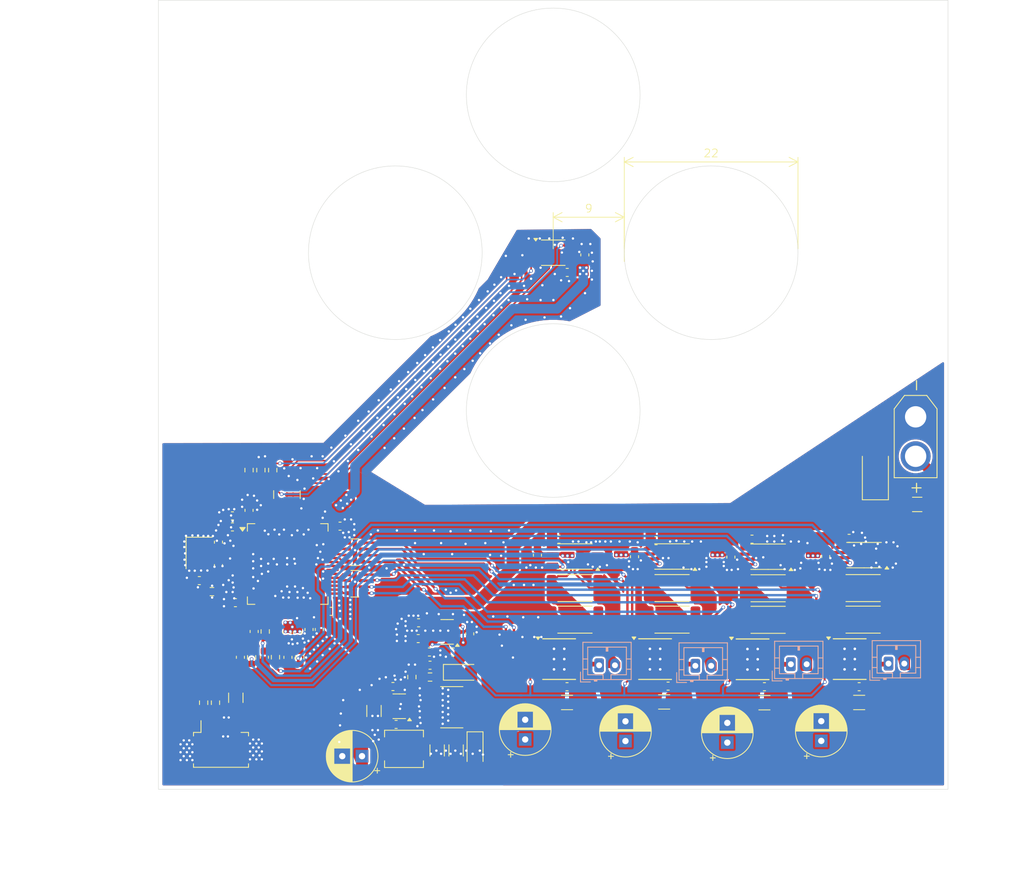
<source format=kicad_pcb>
(kicad_pcb (version 20241229) (generator "pcbnew") (generator_version "9.0")
  (layers (0 "F.Cu" signal) (4 "In1.Cu" signal) (6 "In2.Cu" signal) (2 "B.Cu" signal) (13 "F.Paste" user) (15 "B.Paste" user) (5 "F.SilkS" user "F.Silkscreen") (7 "B.SilkS" user "B.Silkscreen") (1 "F.Mask" user) (3 "B.Mask" user) (25 "Edge.Cuts" user))
  (net 0 "")
  (net 1 "VPP")
  (net 2 "GND")
  (net 3 "/5V")
  (net 4 "VREF")
  (net 5 "+3.3V")
  (net 6 "/NRST")
  (net 7 "ISENSE_A")
  (net 8 "ISENSE_B")
  (net 9 "ISENSE_C")
  (net 10 "ISENSE_D")
  (net 11 "/SWCLK")
  (net 12 "/SWDIO")
  (net 13 "Net-(L2--)")
  (net 14 "Net-(L2-+)")
  (net 15 "Net-(L3--)")
  (net 16 "Net-(L3-+)")
  (net 17 "Net-(L4-+)")
  (net 18 "Net-(L4--)")
  (net 19 "Net-(U6-ISEN)")
  (net 20 "Net-(U8-ISEN)")
  (net 21 "/BOOT0")
  (net 22 "ISENSE_A_MCU")
  (net 23 "ISENSE_B_MCU")
  (net 24 "ISENSE_C_MCU")
  (net 25 "ISENSE_D_MCU")
  (net 26 "LIS3_INT")
  (net 27 "CTRL_A2")
  (net 28 "CTRL_B1")
  (net 29 "/MCU_B2")
  (net 30 "/MCU_A2")
  (net 31 "CTRL_A1")
  (net 32 "/MCU_A1")
  (net 33 "CTRL_B2")
  (net 34 "/MCU_B1")
  (net 35 "CTRL_C2")
  (net 36 "/MCU_D2")
  (net 37 "CTRL_C1")
  (net 38 "/MCU_C1")
  (net 39 "/MCU_C2")
  (net 40 "/MCU_D1")
  (net 41 "CTRL_D2")
  (net 42 "CTRL_D1")
  (net 43 "SPI1_MISO")
  (net 44 "SPI1_MOSI")
  (net 45 "SPI1_SCK")
  (net 46 "~{MAG_CS}")
  (net 47 "~{MAG_ALRT}")
  (net 48 "Net-(U1-BS)")
  (net 49 "Net-(U1-LX)")
  (net 50 "Net-(U1-FB)")
  (net 51 "Net-(U4-BP)")
  (net 52 "Net-(J2-Pin_2)")
  (net 53 "Net-(L5-+)")
  (net 54 "Net-(L5--)")
  (net 55 "Net-(U3-PB7)")
  (net 56 "Net-(U3-PB9)")
  (net 57 "Net-(U5-ISEN)")
  (net 58 "Net-(U7-ISEN)")
  (net 59 "Net-(U5-OUT2)")
  (net 72 "Net-(U3-PF0)")
  (net 77 "Net-(U3-PF1)")
  (net 90 "Net-(U10--)")
  (net 91 "Net-(U11--)")
  (net 92 "Net-(U12--)")
  (net 93 "Net-(U3-PA14)")
  (net 94 "Net-(U3-PA15)")
  (net 95 "Net-(J1-Pin_4)")
  (net 96 "Net-(RN2-R3.1)")
  (net 97 "Net-(RN2-R1.1)")
  (net 98 "Net-(RN2-R2.1)")
  (net 99 "Net-(RN2-R4.1)")
  (net 100 "Net-(D2-A1)")
  (footprint "Resistor_SMD:R_0603_1608Metric" (layer "F.Cu") (at 55.725 157.025 -90)
    (property "Reference" "R20" (hide yes))
    (property "Value" "33r")
  )
  (footprint "Resistor_SMD:R_0603_1608Metric" (layer "F.Cu") (at 57.225 157.025 -90)
    (property "Reference" "R19" (hide yes))
    (property "Value" "33r")
  )
  (footprint "Resistor_SMD:R_2512_6332Metric" (layer "F.Cu") (at 127.21875 146.52375)
    (property "Reference" "R13" (hide yes))
    (property "Value" "100m")
  )
  (footprint "Capacitor_SMD:C_1206_3216Metric" (layer "F.Cu") (at 138.75 157 180)
    (property "Reference" "C30" (hide yes))
    (property "Value" "10u")
  )
  (footprint "Capacitor_SMD:C_0603_1608Metric" (layer "F.Cu") (at 101.75 155 180)
    (property "Reference" "C39" (hide yes))
    (property "Value" "100n")
  )
  (footprint "Resistor_SMD:R_0603_1608Metric" (layer "F.Cu") (at 82.1 153.775 90)
    (property "Reference" "R3" (hide yes))
    (property "Value" "10k")
  )
  (footprint "Resistor_SMD:R_2512_6332Metric" (layer "F.Cu") (at 139.25 142.5 180)
    (property "Reference" "R18" (hide yes))
    (property "Value" "10m")
  )
  (footprint "Capacitor_SMD:C_1206_3216Metric" (layer "F.Cu") (at 101.75 157 180)
    (property "Reference" "C27" (hide yes))
    (property "Value" "10u")
  )
  (footprint "Fuse:Fuse_1206_3216Metric" (layer "F.Cu") (at 146.1 131.9 180)
    (property "Reference" "F1" (hide yes))
    (property "Value" "5A")
  )
  (footprint "Package_SO:Texas_HTSOP-8-1EP_3.9x4.9mm_P1.27mm_EP2.95x4.9mm_Mask2.4x3.1mm_ThermalVias" (layer "F.Cu") (at 125.25 151.52375)
    (property "Reference" "U7" (hide yes))
    (property "Value" "AT8236")
  )
  (footprint "Resistor_SMD:R_0603_1608Metric" (layer "F.Cu") (at 62.975 127.55 90)
    (property "Reference" "R5" (hide yes))
    (property "Value" "10k")
  )
  (footprint "Capacitor_SMD:C_1206_3216Metric" (layer "F.Cu") (at 77.3 158.075 -90)
    (property "Reference" "C7" (hide yes))
    (property "Value" "10u")
  )
  (footprint "Capacitor_SMD:C_0603_1608Metric" (layer "F.Cu") (at 66.289721 148.114599 -90)
    (property "Reference" "C2" (hide yes))
    (property "Value" "100n")
  )
  (footprint "Resistor_SMD:R_2512_6332Metric" (layer "F.Cu") (at 139.25 146.5)
    (property "Reference" "R14" (hide yes))
    (property "Value" "100m")
  )
  (footprint "Capacitor_SMD:C_1206_3216Metric" (layer "F.Cu") (at 126.75 157.02375 180)
    (property "Reference" "C29" (hide yes))
    (property "Value" "10u")
  )
  (footprint "Capacitor_SMD:C_0603_1608Metric" (layer "F.Cu") (at 122.5 138.575 -90)
    (property "Reference" "C49" (hide yes))
    (property "Value" "100n")
  )
  (footprint "Capacitor_SMD:C_0603_1608Metric" (layer "F.Cu") (at 57.6 136.675 90)
    (property "Reference" "C52" (hide yes))
    (property "Value" "20p")
  )
  (footprint "Resistor_SMD:R_0603_1608Metric" (layer "F.Cu") (at 67.9 151.278329 90)
    (property "Reference" "R10" (hide yes))
    (property "Value" "33")
  )
  (footprint "Capacitor_SMD:C_0603_1608Metric" (layer "F.Cu") (at 137.475 136.2)
    (property "Reference" "C46" (hide yes))
    (property "Value" "100n")
  )
  (footprint "Package_SO:Texas_HTSOP-8-1EP_3.9x4.9mm_P1.27mm_EP2.95x4.9mm_Mask2.4x3.1mm_ThermalVias" (layer "F.Cu") (at 112.9 151.5)
    (property "Reference" "U6" (hide yes))
    (property "Value" "AT8236")
  )
  (footprint "Resistor_SMD:R_0603_1608Metric" (layer "F.Cu") (at 63.525 148 90)
    (property "Reference" "R8" (hide yes))
    (property "Value" "33")
  )
  (footprint "Capacitor_SMD:C_0603_1608Metric" (layer "F.Cu") (at 59.75 144.35 180)
    (property "Reference" "C6" (hide yes))
    (property "Value" "100n")
  )
  (footprint "Capacitor_SMD:C_0603_1608Metric" (layer "F.Cu") (at 100.725 136.3)
    (property "Reference" "C43" (hide yes))
    (property "Value" "100n")
  )
  (footprint "Package_SO:TSSOP-8_4.4x3mm_P0.65mm" (layer "F.Cu") (at 139.3625 138.325 180)
    (property "Reference" "U12" (hide yes))
    (property "Value" "INA240A1PW")
  )
  (footprint "Capacitor_SMD:C_0603_1608Metric" (layer "F.Cu") (at 71.875 145.45)
    (property "Reference" "C4" (hide yes))
    (property "Value" "100n")
  )
  (footprint "Capacitor_THT:CP_Radial_D6.3mm_P2.50mm" (layer "F.Cu") (at 75.78238 163.8 180)
    (property "Reference" "C5" (hide yes))
    (property "Value" "100u 16V")
  )
  (footprint "Capacitor_SMD:C_0603_1608Metric" (layer "F.Cu") (at 114.55 154.925 180)
    (property "Reference" "C40" (hide yes))
    (property "Value" "100n")
  )
  (footprint "Capacitor_SMD:C_0603_1608Metric" (layer "F.Cu") (at 62.125 148 90)
    (property "Reference" "C36" (hide yes))
    (property "Value" "100n")
  )
  (footprint "Capacitor_SMD:C_0603_1608Metric" (layer "F.Cu") (at 98 138.325 -90)
    (property "Reference" "C47" (hide yes))
    (property "Value" "100n")
  )
  (footprint "Capacitor_SMD:C_0603_1608Metric" (layer "F.Cu") (at 70.375 147.75 -90)
    (property "Reference" "C11" (hide yes))
    (property "Value" "10u")
  )
  (footprint "Capacitor_SMD:C_0603_1608Metric" (layer "F.Cu") (at 84.4 152.275 180)
    (property "Reference" "C20" (hide yes))
    (property "Value" "20p")
  )
  (footprint "Package_SO:TSSOP-8_4.4x3mm_P0.65mm" (layer "F.Cu") (at 102.75 138.5 180)
    (property "Reference" "U9" (hide yes))
    (property "Value" "INA240A1PW")
  )
  (footprint "Capacitor_THT:CP_Radial_D6.3mm_P2.50mm" (layer "F.Cu") (at 133.95 161.86476 90)
    (property "Reference" "C34" (hide yes))
    (property "Value" "100u 25V")
  )
  (footprint "Capacitor_SMD:C_0603_1608Metric" (layer "F.Cu") (at 125.175 136.3)
    (property "Reference" "C45" (hide yes))
    (property "Value" "100n")
  )
  (footprint "Capacitor_SMD:C_0603_1608Metric" (layer "F.Cu") (at 110.3 138.525 -90)
    (property "Reference" "C48" (hide yes))
    (property "Value" "100n")
  )
  (footprint "Package_SO:VSSOP-8_3x3mm_P0.65mm" (layer "F.Cu") (at 100 100)
    (property "Reference" "U2" (hide yes))
    (property "Value" "TMAG5170-Q1")
  )
  (footprint "Package_SO:TSSOP-8_4.4x3mm_P0.65mm" (layer "F.Cu") (at 127.21875 138.52375 180)
    (property "Reference" "U11" (hide yes))
    (property "Value" "INA240A1PW")
  )
  (footprint "Capacitor_SMD:C_0603_1608Metric" (layer "F.Cu") (at 79.7 154.975)
    (property "Reference" "C10" (hide yes))
    (property "Value" "100n")
  )
  (footprint "Resistor_SMD:R_2512_6332Metric" (layer "F.Cu") (at 115.05 142.5 180)
    (property "Reference" "R16" (hide yes))
    (property "Value" "10m")
  )
  (footprint "Capacitor_THT:CP_Radial_D6.3mm_P2.50mm" (layer "F.Cu") (at 96.45 161.68238 90)
    (property "Reference" "C31" (hide yes))
    (property "Value" "100u 25V")
  )
  (footprint "Connector_AMASS:AMASS_XT30U-M_1x02_P5.0mm_Vertical" (layer "F.Cu") (at 145.9 120.8 -90)
    (property "Reference" "J2" (hide yes))
    (property "Value" "PWRIn")
  )
  (footprint "Package_TO_SOT_SMD:SOT-23-5" (layer "F.Cu") (at 86.5625 148.05 180)
    (property "Reference" "U4" (hide yes))
    (property "Value" "RS3236")
  )
  (footprint "Capacitor_SMD:C_0603_1608Metric" (layer "F.Cu") (at 134.5125 138.5 -90)
    (property "Reference" "C50" (hide yes))
    (property "Value" "100n")
  )
  (footprint "Capacitor_SMD:C_0603_1608Metric" (layer "F.Cu") (at 113.025 136.5)
    (property "Reference" "C44" (hide yes))
    (property "Value" "100n")
  )
  (footprint "Resistor_SMD:R_Array_Convex_4x0603" (layer "F.Cu") (at 66.275 130.65 90)
    (property "Reference" "RN2" (hide yes))
    (property "Value" "33x4")
  )
  (footprint "Resistor_SMD:R_2512_6332Metric" (layer "F.Cu") (at 102.75 146.5)
    (property "Reference" "R11" (hide yes))
    (property "Value" "100m")
  )
  (footprint "Capacitor_SMD:C_0603_1608Metric" (layer "F.Cu") (at 61.475 132.65 90)
    (property "Reference" "C8" (hide yes))
    (property "Value" "100n")
  )
  (footprint "Resistor_SMD:R_0603_1608Metric" (layer "F.Cu") (at 61.8 151.275 90)
    (property "Reference" "R7" (hide yes))
    (property "Value" "33")
  )
  (footprint "Resistor_SMD:R_2512_6332Metric" (layer "F.Cu") (at 102.75 142.5 180)
    (property "Reference" "R15" (hide yes))
    (property "Value" "10m")
  )
  (footprint "Capacitor_SMD:C_0603_1608Metric" (layer "F.Cu") (at 101.775 102.5 180)
    (property "Reference" "C13" (hide yes))
    (property "Value" "100n")
  )
  (footprint "Capacitor_SMD:C_0603_1608Metric" (layer "F.Cu") (at 59.375 133.35 180)
    (property "Reference" "C12" (hide yes))
    (property "Value" "100n")
  )
  (footprint "Capacitor_SMD:C_2220_5750Metric" (layer "F.Cu") (at 87.15 157.6 180)
    (property "Reference" "C24" (hide yes))
    (property "Value" "100u")
  )
  (footprint "Package_QFP:LQFP-64_10x10mm_P0.5mm" (layer "F.Cu") (at 66.375 139.45)
    (property "Reference" "U3" (hide yes))
    (property "Value" "STM32G474RBTx")
  )
  (footprint "Capacitor_SMD:C_1206_3216Metric" (layer "F.Cu") (at 114.05 156.925 180)
    (property "Reference" "C28" (hide yes))
    (property "Value" "10u")
  )
  (footprint "Resistor_SMD:R_2512_6332Metric" (layer "F.Cu") (at 115.05 146.5)
    (property "Reference" "R12" (hide yes))
    (property "Value" "100m")
  )
  (footprint "Capacitor_SMD:C_0603_1608Metric" (layer "F.Cu") (at 82.9 148.9 180)
    (property "Reference" "C26" (hide yes))
    (property "Value" "100n")
  )
  (footprint "Capacitor_SMD:C_0603_1608Metric" (layer "F.Cu") (at 104 100.275 90)
    (property "Reference" "C15" (hide yes))
    (property "Value" "100n")
  )
  (footprint "Capacitor_SMD:C_0603_1608Metric" (layer "F.Cu") (at 67.599552 148.116861 -90)
    (property "Reference" "C1" (hide yes))
    (property "Value" "10u")
  )
  (footprint "Resistor_SMD:R_0603_1608Metric" (layer "F.Cu") (at 64.475 127.55 90)
    (property "Reference" "R4" (hide yes))
    (property "Value" "33r")
  )
  (footprint "Capacitor_SMD:C_0603_1608Metric" (layer "F.Cu") (at 87.325 150.6 180)
    (property "Reference" "C18" (hide yes))
    (property "Value" "100n")
  )
  (footprint "Package_SO:Texas_HTSOP-8-1EP_3.9x4.9mm_P1.27mm_EP2.95x4.9mm_Mask2.4x3.1mm_ThermalVias" (layer "F.Cu") (at 100.75 151.5)
    (property "Reference" "U5" (hide yes))
    (property "Value" "AT8236")
  )
  (footprint "Diode_SMD:D_SOD-123F" (layer "F.Cu") (at 88.3 153.175)
    (property "Reference" "D3" (hide yes))
    (property "Value" "K34")
  )
  (footprint "Capacitor_SMD:C_1206_3216Metric" (layer "F.Cu") (at 87.7 163.075 -90)
    (property "Reference" "C21" (hide yes))
    (property "Value" "10u")
  )
  (footprint "Capacitor_SMD:C_0603_1608Metric" (layer "F.Cu") (at 57.6 139.65 -90)
    (property "Reference" "C51" (hide yes))
    (property "Value" "20p")
  )
  (footprint "Resistor_SMD:R_0603_1608Metric" (layer "F.Cu") (at 56.775 142.95 180)
    (property "Reference" "R1" (hide yes))
    (property "Value" "10k")
  )
  (footprint "Diode_SMD:D_SMA" (layer "F.Cu") (at 140.8 127.8 90)
    (property "Reference" "D1" (hide yes))
    (property "Value" "SMAJ12A")
  )
  (footprint "Connector_Molex:Molex_PicoBlade_53261-0471_1x04-1MP_P1.25mm_Horizontal" (layer "F.Cu") (at 57.925 162.5)
    (property "Reference" "J1" (hide yes))
    (property "Value" "SWD")
  )
  (footprint "Inductor_SMD:L_Sunlord_MWSA0402S" (layer "F.Cu") (at 81.1 162.875)
    (property "Reference" "L1" (hide yes))
    (property "Value" "6u8")
  )
  (footprint "Capacitor_THT:CP_Radial_D6.3mm_P2.50mm" (layer "F.Cu") (at 122.05 162.08238 90)
    (property "Reference" "C33" (hide yes))
    (property "Value" "100u 25V")
  )
  (footprint "Capacitor_SMD:C_0603_1608Metric" (layer "F.Cu") (at 55.175 141.55)
    (property "Reference" "C9" (hide yes))
    (property "Value" "100n")
  )
  (footprint "Capacitor_THT:CP_Radial_D6.3mm_P2.50mm" (layer "F.Cu") (at 109.15 161.88238 90)
    (property "Reference" "C32" (hide yes))
    (property "Value" "100u 25V")
  )
  (footprint "Capacitor_SMD:C_0603_1608Metric" (layer "F.Cu") (at 59.375 134.75 180)
    (property "Reference" "C53" (hide yes))
    (property "Value" "10u")
  )
  (footprint "Capacitor_SMD:C_0603_1608Metric" (layer "F.Cu") (at 60.380366 151.269889 90)
    (property "Reference" "C35" (hide yes))
    (property "Value" "100n")
  )
  (footprint "Capacitor_SMD:C_0603_1608Metric" (layer "F.Cu") (at 66.4 151.275 90)
    (property "Reference" "C38" (hide yes))
    (property "Value" "100n")
  )
  (footprint "Package_SO:Texas_HTSOP-8-1EP_3.9x4.9mm_P1.27mm_EP2.95x4.9mm_Mask2.4x3.1mm_ThermalVias" (layer "F.Cu") (at 137.55 151.5)
    (property "Reference" "U8" (hide yes))
    (property "Value" "AT8236")
  )
  (footprint "Package_SO:TSSOP-8_4.4x3mm_P0.65mm" (layer "F.Cu") (at 115.05 138.5 180)
    (property "Reference" "U10" (hide yes))
    (property "Value" "INA240A1PW")
  )
  (footprint "Resistor_SMD:R_0603_1608Metric" (layer "F.Cu") (at 64.82146 151.257271 90)
    (property "Reference" "R9" (hide yes))
    (property "Value" "33")
  )
  (footprint "Resistor_SMD:R_0603_1608Metric" (layer "F.Cu") (at 84.4 153.775 180)
    (property "Reference" "R2" (hide yes))
    (property "Value" "53.6k")
  )
  (footprint "Diode_SMD:D_SMF" (layer "F.Cu") (at 90.1 163.075 -90)
    (property "Reference" "D2" (hide yes))
    (property "Value" "SMF5.0A")
  )
  (footprint "Capacitor_SMD:C_0603_1608Metric" (layer "F.Cu") (at 80.1 159.775 180)
    (property "Reference" "C16" (hide yes))
    (property "Value" "100n")
  )
  (footprint "Capacitor_SMD:C_0603_1608Metric" (layer "F.Cu") (at 84.325 150.6)
    (property "Reference" "C25" (hide yes))
    (property "Value" "10u")
  )
  (footprint "Capacitor_SMD:C_0603_1608Metric" (layer "F.Cu") (at 89.425 148.3 90)
    (property "Reference" "C17" (hide yes))
    (property "Value" "10u")
  )
  (footprint "Capacitor_SMD:C_0603_1608Metric" (layer "F.Cu") (at 69.075 147.75 -90)
    (property "Reference" "C19" (hide yes))
    (property "Value" "100n")
  )
  (footprint "Crystal:Crystal_SMD_3225-4Pin_3.2x2.5mm" (layer "F.Cu") (at 55.15 138.05 -90)
    (property "Reference" "Y1" (hide yes))
    (property "Value" "25MHz")
  )
  (footprint "Capacitor_SMD:C_0603_1608Metric" (layer "F.Cu") (at 63.42146 151.257271 90)
    (property "Reference" "C37" (hide yes))
    (property "Value" "100n")
  )
  (footprint "Capacitor_SMD:C_1206_3216Metric" (layer "F.Cu") (at 85.3 163.075 -90)
    (property "Reference" "C22" (hide yes))
    (property "Value" "10u")
  )
  (footprint "Resistor_SMD:R_Array_Convex_4x0603" (layer "F.Cu") (at 74.875 141.95)
    (property "Reference" "RN3" (hide yes))
    (property "Value" "33x4")
  )
  (footprint "Capacitor_SMD:C_0603_1608Metric" (layer "F.Cu") (at 138.75 155 180)
    (property "Reference" "C42" (hide yes))
    (property "Value" "100n")
  )
  (footprint "Resistor_SMD:R_0603_1608Metric" (layer "F.Cu") (at 61.475 127.55 90)
    (property "Reference" "R6" (hide yes))
    (property "Value" "33r")
  )
  (footprint "Fuse:Fuse_1206_3216Metric" (layer "F.Cu") (at 59.8 156.4 90)
    (property "Reference" "F2" (hide yes))
    (property "Value" "0.5A")
  )
  (footprint "Capacitor_SMD:C_0603_1608Metric" (layer "F.Cu") (at 126.75 155 180)
    (property "Reference" "C41" (hide yes))
    (property "Value" "100n")
  )
  (footprint "Capacitor_SMD:C_0603_1608Metric" (layer "F.Cu") (at 82.95 146.9 180)
    (property "Reference" "C23" (hide yes))
    (property "Value" "10n")
  )
  (footprint "Resistor_SMD:R_2512_6332Metric" (layer "F.Cu") (at 127.21875 142.52375 180)
    (property "Reference" "R17" (hide yes))
    (property "Value" "10m")
  )
  (footprint "Capacitor_SMD:C_0603_1608Metric" (layer "F.Cu") (at 73 134.65)
    (property "Reference" "C14" (hide yes))
    (property "Value" "100n")
  )
  (footprint "Resistor_SMD:R_Array_Convex_4x0603" (layer "F.Cu") (at 74.875 137.95)
    (property "Reference" "RN1" (hide yes))
    (property "Value" "33x4")
  )
  (footprint "Package_TO_SOT_SMD:SOT-23-6" (layer "F.Cu") (at 80.5 157.475 180)
    (property "Reference" "U1" (hide yes))
    (property "Value" "RY8411")
  )
  (footprint "Connector_JST:JST_PH_B2B-PH-K_1x02_P2.00mm_Vertical" (layer "B.Cu") (at 118 152.35)
    (property "Reference" "L3" (hide yes))
    (property "Value" "ElectromagneticActor")
  )
  (footprint "Connector_JST:JST_PH_B2B-PH-K_1x02_P2.00mm_Vertical" (layer "B.Cu") (at 105.815752 152.28345)
    (property "Reference" "L2" (hide yes))
    (property "Value" "ElectromagneticActor")
  )
  (footprint "Connector_JST:JST_PH_B2B-PH-K_1x02_P2.00mm_Vertical" (layer "B.Cu") (at 142.463678 152.068751)
    (property "Reference" "L5" (hide yes))
    (property "Value" "ElectromagneticActor")
  )
  (footprint "Connector_JST:JST_PH_B2B-PH-K_1x02_P2.00mm_Vertical" (layer "B.Cu") (at 130.1 152.15)
    (property "Reference" "L4" (hide yes))
    (property "Value" "ElectromagneticActor")
  )
  (gr_circle (center 100 120) (end 111 120) (stroke (width 0.05)) (fill no) (layer "Edge.Cuts"))
  (gr_circle (center 80 100) (end 91 100) (stroke (width 0.05)) (fill no) (layer "Edge.Cuts"))
  (gr_rect (start 50 68) (end 150 168) (stroke (width 0.05)) (fill no) (layer "Edge.Cuts"))
  (gr_circle (center 100 80) (end 111 80) (stroke (width 0.05)) (fill no) (layer "Edge.Cuts"))
  (gr_circle (center 120 100) (end 131 100) (stroke (width 0.05)) (fill no) (layer "Edge.Cuts"))
  (dimension (type orthogonal) (layer "F.SilkS") (pts (xy 100 100) (xy 109 101.61)) (height -4.5) (orientation 0) (format (prefix "") (suffix "") (units 3) (units_format 0) (precision 4) (suppress_zeroes yes)) (style (thickness 0.1) (arrow_length 1.27) (text_position_mode 0) (arrow_direction outward) (extension_height 0.58642) (extension_offset 0.5) (keep_text_aligned yes)) (gr_text "9" (at 104.5 94.4 0) (layer "F.SilkS") (effects (font (size 1 1) (thickness 0.1)))))
  (dimension (type orthogonal) (layer "F.SilkS") (pts (xy 109 100) (xy 131 100)) (height -11.5) (orientation 0) (format (prefix "") (suffix "") (units 3) (units_format 0) (precision 4) (suppress_zeroes yes)) (style (thickness 0.1) (arrow_length 1.27) (text_position_mode 0) (arrow_direction outward) (extension_height 0.58642) (extension_offset 0.5) (keep_text_aligned yes)) (gr_text "22" (at 120 87.4 0) (layer "F.SilkS") (effects (font (size 1 1) (thickness 0.1)))))
  (segment (start 79.9 166.7) (end 92.8 166.7) (width 1.5) (layer "F.Cu") (net 1))
  (segment (start 133.95 161.86476) (end 143.03524 161.86476) (width 2) (layer "F.Cu") (net 1))
  (segment (start 142.6 129.8) (end 144.7 131.9) (width 1.2) (layer "F.Cu") (net 1))
  (segment (start 144.7 132.775) (end 144.7 131.9) (width 2) (layer "F.Cu") (net 1))
  (segment (start 96.45 163.05) (end 96.45 161.68238) (width 1.5) (layer "F.Cu") (net 1))
  (segment (start 147.7 157.2) (end 147.7 135.775) (width 2) (layer "F.Cu") (net 1))
  (segment (start 75.78238 165.68238) (end 76.8 166.7) (width 1.5) (layer "F.Cu") (net 1))
  (segment (start 75.78238 163.8) (end 75.78238 165.68238) (width 1.5) (layer "F.Cu") (net 1))
  (segment (start 147.7 135.775) (end 144.7 132.775) (width 2) (layer "F.Cu") (net 1))
  (segment (start 76.8 166.7) (end 79.9 166.7) (width 1.5) (layer "F.Cu") (net 1))
  (segment (start 140.8 129.8) (end 142.6 129.8) (width 1.2) (layer "F.Cu") (net 1))
  (segment (start 92.8 166.7) (end 96.45 163.05) (width 1.5) (layer "F.Cu") (net 1))
  (segment (start 143.03524 161.86476) (end 147.7 157.2) (width 2) (layer "F.Cu") (net 1))
  (segment (start 88.9 148.05) (end 89.425 147.525) (width 0.4) (layer "F.Cu") (net 2))
  (segment (start 67.627553 144.155448) (end 67.625 144.158001) (width 0.3) (layer "F.Cu") (net 2))
  (segment (start 101.8 139.1) (end 100.961292 139.1) (width 0.4) (layer "F.Cu") (net 2))
  (segment (start 57.425 140.25) (end 53.774 140.25) (width 0.25) (layer "F.Cu") (net 2))
  (segment (start 82.7 147.9) (end 83.8 147.9) (width 0.4) (layer "F.Cu") (net 2))
  (segment (start 63.125 132.825) (end 62.96219 132.66219) (width 0.3) (layer "F.Cu") (net 2))
  (segment (start 53.374 135.924) (end 53.398 135.9) (width 0.25) (layer "F.Cu") (net 2))
  (segment (start 56.3 135.9) (end 56.9 135.9) (width 0.25) (layer "F.Cu") (net 2))
  (segment (start 58.675 137.15) (end 59.5 137.15) (width 0.25) (layer "F.Cu") (net 2))
  (segment (start 62.504361 132.576726) (end 62.876726 132.576726) (width 0.3) (layer "F.Cu") (net 2))
  (segment (start 83.8 147.9) (end 84.8 147.9) (width 0.4) (layer "F.Cu") (net 2))
  (segment (start 69.625 144.192883) (end 69.625 145.125) (width 0.3) (layer "F.Cu") (net 2))
  (segment (start 73.6 136.074998) (end 74.2 136.074998) (width 0.3) (layer "F.Cu") (net 2))
  (segment (start 61.891852 142.7) (end 62.045926 142.545926) (width 0.3) (layer "F.Cu") (net 2))
  (segment (start 69.625 145.125) (end 69.625 146.125) (width 0.3) (layer "F.Cu") (net 2))
  (segment (start 84.8 147.9) (end 85.7 147.9) (width 0.4) (layer "F.Cu") (net 2))
  (segment (start 85.7 147.9) (end 86.7 147.9) (width 0.4) (layer "F.Cu") (net 2))
  (segment (start 87.037501 148.05) (end 86.55 148.537501) (width 0.4) (layer "F.Cu") (net 2))
  (segment (start 60.7 142.7) (end 59.7 142.7) (width 0.3) (layer "F.Cu") (net 2))
  (segment (start 57.6 140.425) (end 57.6 140.225) (width 0.25) (layer "F.Cu") (net 2))
  (segment (start 55.7 135.9) (end 56.3 135.9) (width 0.25) (layer "F.Cu") (net 2))
  (segment (start 67.625 146.24175) (end 67.556373 146.310377) (width 0.3) (layer "F.Cu") (net 2))
  (segment (start 70.878361 136.421639) (end 71.1 136.2) (width 0.3) (layer "F.Cu") (net 2))
  (segment (start 57.6 140.225) (end 59.075 138.75) (width 0.25) (layer "F.Cu") (net 2))
  (segment (start 63.47012 135.229881) (end 63.125 134.884761) (width 0.3) (layer "F.Cu") (net 2))
  (segment (start 100.686292 138.825) (end 99.8875 138.825) (width 0.4) (layer "F.Cu") (net 2))
  (segment (start 100.961292 139.1) (end 100.686292 138.825) (width 0.4) (layer "F.Cu") (net 2))
  (segment (start 87.7 148.05) (end 88.9 148.05) (width 0.4) (layer "F.Cu") (net 2))
  (segment (start 59.7 142.7) (end 59.4 143) (width 0.3) (layer "F.Cu") (net 2))
  (segment (start 53.374 139.85) (end 53.374 135.924) (width 0.25) (layer "F.Cu") (net 2))
  (segment (start 53.774 140.25) (end 53.374 139.85) (width 0.25) (layer "F.Cu") (net 2))
  (segment (start 73.224 136.2) (end 73.349002 136.074998) (width 0.3) (layer "F.Cu") (net 2))
  (segment (start 86.55 148.537501) (end 86.55 150.6) (width 0.4) (layer "F.Cu") (net 2))
  (segment (start 67.625 145.125) (end 67.625 146.24175) (width 0.3) (layer "F.Cu") (net 2))
  (segment (start 57.6 135.9) (end 57.6 136.075) (width 0.25) (layer "F.Cu") (net 2))
  (segment (start 71.1 136.2) (end 70.908148 136.2) (width 0.3) (layer "F.Cu") (net 2))
  (segment (start 53.398 135.9) (end 55.7 135.9) (width 0.25) (layer "F.Cu") (net 2))
  (segment (start 67.625 144.158001) (end 67.625 145.125) (width 0.3) (layer "F.Cu") (net 2))
  (segment (start 70.878361 136.945088) (end 70.878361 136.421639) (width 0.3) (layer "F.Cu") (net 2))
  (segment (start 101.9 139.2) (end 101.8 139.1) (width 0.4) (layer "F.Cu") (net 2))
  (segment (start 63.47012 135.229881) (end 63.92012 135.67988) (width 0.3) (layer "F.Cu") (net 2))
  (segment (start 57.6 140.425) (end 57.425 140.25) (width 0.25) (layer "F.Cu") (net 2))
  (segment (start 86.7 147.9) (end 87.55 147.9) (width 0.4) (layer "F.Cu") (net 2))
  (segment (start 80.475 157.275) (end 80.675 157.475) (width 0.4) (layer "F.Cu") (net 2))
  (segment (start 67.627553 143.728327) (end 67.627553 144.155448) (width 0.3) (layer "F.Cu") (net 2))
  (segment (start 87.7 148.05) (end 87.037501 148.05) (width 0.4) (layer "F.Cu") (net 2))
  (segment (start 69.625 146.125) (end 69.7 146.2) (width 0.3) (layer "F.Cu") (net 2))
  (segment (start 69.223482 143.791365) (end 69.625 144.192883) (width 0.3) (layer "F.Cu") (net 2))
  (segment (start 87.55 147.9) (end 87.7 148.05) (width 0.4) (layer "F.Cu") (net 2))
  (segment (start 62.876726 132.576726) (end 63.125 132.825) (width 0.3) (layer "F.Cu") (net 2))
  (segment (start 71.1 136.2) (end 72.05 136.2) (width 0.3) (layer "F.Cu") (net 2))
  (segment (start 56.9 135.9) (end 57.6 135.9) (width 0.25) (layer "F.Cu") (net 2))
  (segment (start 80.675 157.475) (end 81.6375 157.475) (width 0.4) (layer "F.Cu") (net 2))
  (segment (start 80.475 154.975) (end 80.475 157.275) (width 0.4) (layer "F.Cu") (net 2))
  (segment (start 72.05 136.2) (end 73.224 136.2) (width 0.3) (layer "F.Cu") (net 2))
  (segment (start 70.908148 136.2) (end 70.054074 137.054074) (width 0.3) (layer "F.Cu") (net 2))
  (segment (start 63.125 132.825) (end 63.125 133.775) (width 0.3) (layer "F.Cu") (net 2))
  (segment (start 73.349002 136.074998) (end 73.6 136.074998) (width 0.3) (layer "F.Cu") (net 2))
  (segment (start 62.96219 132.66219) (end 62.96219 132) (width 0.3) (layer "F.Cu") (net 2))
  (segment (start 57.6 136.075) (end 58.675 137.15) (width 0.25) (layer "F.Cu") (net 2))
  (segment (start 63.125 134.884761) (end 63.125 133.775) (width 0.3) (layer "F.Cu") (net 2))
  (segment (start 59.51866 142.51866) (end 59.51866 142.413616) (width 0.3) (layer "F.Cu") (net 2))
  (segment (start 59.7 142.7) (end 59.51866 142.51866) (width 0.3) (layer "F.Cu") (net 2))
  (segment (start 60.7 142.7) (end 61.891852 142.7) (width 0.3) (layer "F.Cu") (net 2))
  (via (at 54.3 163.3) (size 0.45) (drill 0.3) (layers "F.Cu" "B.Cu") (net 2))
  (via (at 121.6 139.7) (size 0.45) (drill 0.3) (layers "F.Cu" "B.Cu") (net 2))
  (via (at 101.1 99.977217) (size 0.45) (drill 0.3) (layers "F.Cu" "B.Cu") (net 2))
  (via (at 77 123.3) (size 0.45) (drill 0.3) (layers "F.Cu" "B.Cu") (net 2))
  (via (at 95.1 102.7) (size 0.45) (drill 0.3) (layers "F.Cu" "B.Cu") (net 2))
  (via (at 82.142383 118.205518) (size 0.45) (drill 0.3) (layers "F.Cu" "B.Cu") (net 2))
  (via (at 91.5 107) (size 0.45) (drill 0.3) (layers "F.Cu" "B.Cu") (net 2))
  (via (at 63.5 125.8) (size 0.45) (drill 0.3) (layers "F.Cu" "B.Cu") (net 2))
  (via (at 93.324265 105.124265) (size 0.45) (drill 0.3) (layers "F.Cu" "B.Cu") (net 2))
  (via (at 96.7 105.9) (size 0.45) (drill 0.3) (layers "F.Cu" "B.Cu") (net 2))
  (via (at 73.4 135.5) (size 0.45) (drill 0.3) (layers "F.Cu" "B.Cu") (net 2))
  (via (at 143 139.9) (size 0.45) (drill 0.3) (layers "F.Cu" "B.Cu") (net 2))
  (via (at 100.991935 108.08387) (size 0.45) (drill 0.3) (layers "F.Cu" "B.Cu") (net 2))
  (via (at 98.624265 104.124265) (size 0.45) (drill 0.3) (layers "F.Cu" "B.Cu") (net 2))
  (via (at 87 143.1) (size 0.45) (drill 0.3) (layers "F.Cu" "B.Cu") (net 2))
  (via (at 81.3 146.7) (size 0.45) (drill 0.3) (layers "F.Cu" "B.Cu") (net 2))
  (via (at 96.3 104.2) (size 0.45) (drill 0.3) (layers "F.Cu" "B.Cu") (net 2))
  (via (at 83.775735 112.975735) (size 0.45) (drill 0.3) (layers "F.Cu" "B.Cu") (net 2))
  (via (at 110.1 140.1) (size 0.45) (drill 0.3) (layers "F.Cu" "B.Cu") (net 2))
  (via (at 86.4 142.7) (size 0.45) (drill 0.3) (layers "F.Cu" "B.Cu") (net 2))
  (via (at 70.1 151.8) (size 0.45) (drill 0.3) (layers "F.Cu" "B.Cu") (net 2))
  (via (at 68.4 143.7) (size 0.45) (drill 0.3) (layers "F.Cu" "B.Cu") (net 2))
  (via (at 68.1 132.4) (size 0.45) (drill 0.3) (layers "F.Cu" "B.Cu") (net 2))
  (via (at 82.7 147.9) (size 0.45) (drill 0.3) (layers "F.Cu" "B.Cu") (net 2))
  (via (at 57.4 136.5) (size 0.45) (drill 0.3) (layers "F.Cu" "B.Cu") (net 2))
  (via (at 76.9 135.7) (size 0.45) (drill 0.3) (layers "F.Cu" "B.Cu") (net 2))
  (via (at 61.6 164.2) (size 0.45) (drill 0.3) (layers "F.Cu" "B.Cu") (net 2))
  (via (at 98.1 146.2) (size 0.45) (drill 0.3) (layers "F.Cu" "B.Cu") (net 2))
  (via (at 89.1 146.8) (size 0.45) (drill 0.3) (layers "F.Cu" "B.Cu") (net 2))
  (via (at 88.600706 109.900706) (size 0.45) (drill 0.3) (layers "F.Cu" "B.Cu") (net 2))
  (via (at 94 100.4) (size 0.45) (drill 0.3) (layers "F.Cu" "B.Cu") (net 2))
  (via (at 88.9 136.9) (size 0.45) (drill 0.3) (layers "F.Cu" "B.Cu") (net 2))
  (via (at 79.867146 123.51817) (size 0.45) (drill 0.3) (layers "F.Cu" "B.Cu") (net 2))
  (via (at 132.2 136.8) (size 0.45) (drill 0.3) (layers "F.Cu" "B.Cu") (net 2))
  (via (at 86 158.2) (size 0.45) (drill 0.3) (layers "F.Cu" "B.Cu") (net 2))
  (via (at 81.7 152.2) (size 0.45) (drill 0.3) (layers "F.Cu" "B.Cu") (net 2))
  (via (at 69.7 150.3) (size 0.45) (drill 0.3) (layers "F.Cu" "B.Cu") (net 2))
  (via (at 134.4 140.2) (size 0.45) (drill 0.3) (layers "F.Cu" "B.Cu") (net 2))
  (via (at 138 135.4) (size 0.45) (drill 0.3) (layers "F.Cu" "B.Cu") (net 2))
  (via (at 97.5 142.1) (size 0.45) (drill 0.3) (layers "F.Cu" "B.Cu") (net 2))
  (via (at 89.490055 110.890055) (size 0.45) (drill 0.3) (layers "F.Cu" "B.Cu") (net 2))
  (via (at 96.9 98.2) (size 0.45) (drill 0.3) (layers "F.Cu" "B.Cu") (net 2))
  (via (at 83.2 156.7) (size 0.45) (drill 0.3) (layers "F.Cu" "B.Cu") (net 2))
  (via (at 93.4 103.1) (size 0.45) (drill 0.3) (layers "F.Cu" "B.Cu") (net 2))
  (via (at 123.4 140.1) (size 0.45) (drill 0.3) (layers "F.Cu" "B.Cu") (net 2))
  (via (at 110.7 136.7) (size 0.45) (drill 0.3) (layers "F.Cu" "B.Cu") (net 2))
  (via (at 126.6 138.6) (size 0.45) (drill 0.3) (layers "F.Cu" "B.Cu") (net 2))
  (via (at 92.1 135.3) (size 0.45) (drill 0.3) (layers "F.Cu" "B.Cu") (net 2))
  (via (at 61.6 162.2) (size 0.45) (drill 0.3) (layers "F.Cu" "B.Cu") (net 2))
  (via (at 122.6 140.2) (size 0.45) (drill 0.3) (layers "F.Cu" "B.Cu") (net 2))
  (via (at 70.8 125.8) (size 0.45) (drill 0.3) (layers "F.Cu" "B.Cu") (net 2))
  (via (at 76.625735 120.125735) (size 0.45) (drill 0.3) (layers "F.Cu" "B.Cu") (net 2))
  (via (at 58.8 135.8) (size 0.45) (drill 0.3) (layers "F.Cu" "B.Cu") (net 2))
  (via (at 81.3 147.3) (size 0.45) (drill 0.3) (layers "F.Cu" "B.Cu") (net 2))
  (via (at 119.4 139.8) (size 0.45) (drill 0.3) (layers "F.Cu" "B.Cu") (net 2))
  (via (at 70.878361 136.945088) (size 0.45) (drill 0.3) (layers "F.Cu" "B.Cu") (net 2))
  (via (at 56.2 140.275002) (size 0.45) (drill 0.3) (layers "F.Cu" "B.Cu") (net 2))
  (via (at 102 103.6) (size 0.45) (drill 0.3) (layers "F.Cu" "B.Cu") (net 2))
  (via (at 143.4 139.4) (size 0.45) (drill 0.3) (layers "F.Cu" "B.Cu") (net 2))
  (via (at 77.8 158.7) (size 0.45) (drill 0.3) (layers "F.Cu" "B.Cu") (net 2))
  (via (at 90.4 108.1) (size 0.45) (drill 0.3) (layers "F.Cu" "B.Cu") (net 2))
  (via (at 80 154.1) (size 0.45) (drill 0.3) (layers "F.Cu" "B.Cu") (net 2))
  (via (at 57.1 139.8) (size 0.45) (drill 0.3) (layers "F.Cu" "B.Cu") (net 2))
  (via (at 73 146.4) (size 0.45) (drill 0.3) (layers "F.Cu" "B.Cu") (net 2))
  (via (at 94.7 109.2) (size 0.45) (drill 0.3) (layers "F.Cu" "B.Cu") (net 2))
  (via (at 80.3 147) (size 0.45) (drill 0.3) (layers "F.Cu" "B.Cu") (net 2))
  (via (at 83.6 138.2) (size 0.45) (drill 0.3) (layers "F.Cu" "B.Cu") (net 2))
  (via (at 130.6 140.2) (size 0.45) (drill 0.3) (layers "F.Cu" "B.Cu") (net 2))
  (via (at 84.4892 115.888299) (size 0.45) (drill 0.3) (layers "F.Cu" "B.Cu") (net 2))
  (via (at 65.8 143.7) (size 0.45) (drill 0.3) (layers "F.Cu" "B.Cu") (net 2))
  (via (at 74.4 133.8) (size 0.45) (drill 0.3) (layers "F.Cu" "B.Cu") (net 2))
  (via (at 83.1 156.1) (size 0.45) (drill 0.3) (layers "F.Cu" "B.Cu") (net 2))
  (via (at 116.5 139.9) (size 0.45) (drill 0.3) (layers "F.Cu" "B.Cu") (net 2))
  (via (at 109.7 136.6) (size 0.45) (drill 0.3) (layers "F.Cu" "B.Cu") (net 2))
  (via (at 72.9 144.7) (size 0.45) (drill 0.3) (layers "F.Cu" "B.Cu") (net 2))
  (via (at 57.7 132.9) (size 0.45) (drill 0.3) (layers "F.Cu" "B.Cu") (net 2))
  (via (at 89.375735 109.075735) (size 0.45) (drill 0.3) (layers "F.Cu" "B.Cu") (net 2))
  (via (at 68.4 135.7) (size 0.45) (drill 0.3) (layers "F.Cu" "B.Cu") (net 2))
  (via (at 79.425735 117.325735) (size 0.45) (drill 0.3) (layers "F.Cu" "B.Cu") (net 2))
  (via (at 88.7 145.9) (size 0.45) (drill 0.3) (layers "F.Cu" "B.Cu") (net 2))
  (via (at 127.1 136.6) (size 0.45) (drill 0.3) (layers "F.Cu" "B.Cu") (net 2))
  (via (at 59.1 136.5) (size 0.45) (drill 0.3) (layers "F.Cu" "B.Cu") (net 2))
  (via (at 62.96219 132) (size 0.45) (drill 0.3) (layers "F.Cu" "B.Cu") (net 2))
  (via (at 87.6 111) (size 0.45) (drill 0.3) (layers "F.Cu" "B.Cu") (net 2))
  (via (at 105.4 136.6) (size 0.45) (drill 0.3) (layers "F.Cu" "B.Cu") (net 2))
  (via (at 63.92012 135.67988) (size 0.45) (drill 0.3) (layers "F.Cu" "B.Cu") (net 2))
  (via (at 143.6 137.2) (size 0.45) (drill 0.3) (layers "F.Cu" "B.Cu") (net 2))
  (via (at 71.1 132.8) (size 0.45) (drill 0.3) (layers "F.Cu" "B.Cu") (net 2))
  (via (at 64.6 138.8) (size 0.45) (drill 0.3) (layers "F.Cu" "B.Cu") (net 2))
  (via (at 52.8 162.3) (size 0.45) (drill 0.3) (layers "F.Cu" "B.Cu") (net 2))
  (via (at 74.3 144) (size 0.45) (drill 0.3) (layers "F.Cu" "B.Cu") (net 2))
  (via (at 109.6 139.8) (size 0.45) (drill 0.3) (layers "F.Cu" "B.Cu") (net 2))
  (via (at 125.7 138.7) (size 0.45) (drill 0.3) (layers "F.Cu" "B.Cu") (net 2))
  (via (at 96.09202 100.318252) (size 0.45) (drill 0.3) (layers "F.Cu" "B.Cu") (net 2))
  (via (at 63.1 164.2) (size 0.45) (drill 0.3) (layers "F.Cu" "B.Cu") (net 2))
  (via (at 76 122.6) (size 0.45) (drill 0.3) (layers "F.Cu" "B.Cu") (net 2))
  (via (at 96.1 148.7) (size 0.45) (drill 0.3) (layers "F.Cu" "B.Cu") (net 2))
  (via (at 69.223482 143.791365) (size 0.45) (drill 0.3) (layers "F.Cu" "B.Cu") (net 2))
  (via (at 70.1 127.3) (size 0.45) (drill 0.3) (layers "F.Cu" "B.Cu") (net 2))
  (via (at 58.2 161.3) (size 0.45) (drill 0.3) (layers "F.Cu" "B.Cu") (net 2))
  (via (at 130.1 136.6) (size 0.45) (drill 0.3) (layers "F.Cu" "B.Cu") (net 2))
  (via (at 69.2 152.7) (size 0.45) (drill 0.3) (layers "F.Cu" "B.Cu") (net 2))
  (via (at 62.7 161.7) (size 0.45) (drill 0.3) (layers "F.Cu" "B.Cu") (net 2))
  (via (at 82.442658 120.942658) (size 0.45) (drill 0.3) (layers "F.Cu" "B.Cu") (net 2))
  (via (at 89.795691 113.695691) (size 0.45) (drill 0.3) (layers "F.Cu" "B.Cu") (net 2))
  (via (at 63.9 140.4) (size 0.45) (drill 0.3) (layers "F.Cu" "B.Cu") (net 2))
  (via (at 66.6 143) (size 0.45) (drill 0.3) (layers "F.Cu" "B.Cu") (net 2))
  (via (at 110.7 140.1) (size 0.45) (drill 0.3) (layers "F.Cu" "B.Cu") (net 2))
  (via (at 135.3 139.4) (size 0.45) (drill 0.3) (layers "F.Cu" "B.Cu") (net 2))
  (via (at 68.5 129.9) (size 0.45) (drill 0.3) (layers "F.Cu" "B.Cu") (net 2))
  (via (at 81.2 153.8) (size 0.45) (drill 0.3) (layers "F.Cu" "B.Cu") (net 2))
  (via (at 72.3 149.5) (size 0.45) (drill 0.3) (layers "F.Cu" "B.Cu") (net 2))
  (via (at 91.1 163.6) (size 0.45) (drill 0.3) (layers "F.Cu" "B.Cu") (net 2))
  (via (at 85.7 151) (size 0.45) (drill 0.3) (layers "F.Cu" "B.Cu") (net 2))
  (via (at 97.2 103.3) (size 0.45) (drill 0.3) (layers "F.Cu" "B.Cu") (net 2))
  (via (at 61.3 130.7) (size 0.45) (drill 0.3) (layers "F.Cu" "B.Cu") (net 2))
  (via (at 99.5 98.2) (size 0.45) (drill 0.3) (layers "F.Cu" "B.Cu") (net 2))
  (via (at 87.6 163.1) (size 0.45) (drill 0.3) (layers "F.Cu" "B.Cu") (net 2))
  (via (at 53.9 162.8) (size 0.45) (drill 0.3) (layers "F.Cu" "B.Cu") (net 2))
  (via (at 74.8 135.8) (size 0.45) (drill 0.3) (layers "F.Cu" "B.Cu") (net 2))
  (via (at 75.3 121.3) (size 0.45) (drill 0.3) (layers "F.Cu" "B.Cu") (net 2))
  (via (at 59.075 138.75) (size 0.45) (drill 0.3) (layers "F.Cu" "B.Cu") (net 2))
  (via (at 58.8 161.3) (size 0.45) (drill 0.3) (layers "F.Cu" "B.Cu") (net 2))
  (via (at 80.7 154.1) (size 0.45) (drill 0.3) (layers "F.Cu" "B.Cu") (net 2))
  (via (at 58.9 132.5) (size 0.45) (drill 0.3) (layers "F.Cu" "B.Cu") (net 2))
  (via (at 135.1 138.7) (size 0.45) (drill 0.3) (layers "F.Cu" "B.Cu") (net 2))
  (via (at 66.3 138.7) (size 0.45) (drill 0.3) (layers "F.Cu" "B.Cu") (net 2))
  (via (at 53.3 138.9) (size 0.45) (drill 0.3) (layers "F.Cu" "B.Cu") (net 2))
  (via (at 60.6 132.2) (size 0.45) (drill 0.3) (layers "F.Cu" "B.Cu") (net 2))
  (via (at 94.4 104.2) (size 0.45) (drill 0.3) (layers "F.Cu" "B.Cu") (net 2))
  (via (at 103.2 136.6) (size 0.45) (drill 0.3) (layers "F.Cu" "B.Cu") (net 2))
  (via (at 80.475382 116.276088) (size 0.45) (drill 0.3) (layers "F.Cu" "B.Cu") (net 2))
  (via (at 53.2 161.8) (size 0.45) (drill 0.3) (layers "F.Cu" "B.Cu") (net 2))
  (via (at 68.9 143.1) (size 0.45) (drill 0.3) (layers "F.Cu" "B.Cu") (net 2))
  (via (at 85.725735 112.925735) (size 0.45) (drill 0.3) (layers "F.Cu" "B.Cu") (net 2))
  (via (at 85.8 136.8) (size 0.45) (drill 0.3) (layers "F.Cu" "B.Cu") (net 2))
  (via (at 54.3 164.3) (size 0.45) (drill 0.3) (layers "F.Cu" "B.Cu") (net 2))
  (via (at 100.022182 106) (size 0.45) (drill 0.3) (layers "F.Cu" "B.Cu") (net 2))
  (via (at 86.7 156.2) (size 0.45) (drill 0.3) (layers "F.Cu" "B.Cu") (net 2))
  (via (at 90.6 106) (size 0.45) (drill 0.3) (layers "F.Cu" "B.Cu") (net 2))
  (via (at 81.092658 122.292658) (size 0.45) (drill 0.3) (layers "F.Cu" "B.Cu") (net 2))
  (via (at 77.9 161.7) (size 0.45) (drill 0.3) (layers "F.Cu" "B.Cu") (net 2))
  (via (at 69.7 146.2) (size 0.45) (drill 0.3) (layers "F.Cu" "B.Cu") (net 2))
  (via (at 63.9 139.4) (size 0.45) (drill 0.3) (layers "F.Cu" "B.Cu") (net 2))
  (via (at 65.6 142.9) (size 0.45) (drill 0.3) (layers "F.Cu" "B.Cu") (net 2))
  (via (at 71.9 124.7) (size 0.45) (drill 0.3) (layers "F.Cu" "B.Cu") (net 2))
  (via (at 74.3 145.2) (size 0.45) (drill 0.3) (layers "F.Cu" "B.Cu") (net 2))
  (via (at 89.8 163.5) (size 0.45) (drill 0.3) (layers "F.Cu" "B.Cu") (net 2))
  (via (at 63.1 162.2) (size 0.45) (drill 0.3) (layers "F.Cu" "B.Cu") (net 2))
  (via (at 71.7 150.2) (size 0.45) (drill 0.3) (layers "F.Cu" "B.Cu") (net 2))
  (via (at 55.7 135.9) (size 0.45) (drill 0.3) (layers "F.Cu" "B.Cu") (net 2))
  (via (at 58.9 158.9) (size 0.45) (drill 0.3) (layers "F.Cu" "B.Cu") (net 2))
  (via (at 57.9 134) (size 0.45) (drill 0.3) (layers "F.Cu" "B.Cu") (net 2))
  (via (at 87.590055 112.790055) (size 0.45) (drill 0.3) (layers "F.Cu" "B.Cu") (net 2))
  (via (at 70.865884 140.402599) (size 0.45) (drill 0.3) (layers "F.Cu" "B.Cu") (net 2))
  (via (at 55.4 140.275002) (size 0.45) (drill 0.3) (layers "F.Cu" "B.Cu") (net 2))
  (via (at 81.3 153.1) (size 0.45) (drill 0.3) (layers "F.Cu" "B.Cu") (net 2))
  (via (at 84 145.7) (size 0.45) (drill 0.3) (layers "F.Cu" "B.Cu") (net 2))
  (via (at 86.4 151.2) (size 0.45) (drill 0.3) (layers "F.Cu" "B.Cu") (net 2))
  (via (at 102.5 136.6) (size 0.45) (drill 0.3) (layers "F.Cu" "B.Cu") (net 2))
  (via (at 90.440055 109.940055) (size 0.45) (drill 0.3) (layers "F.Cu" "B.Cu") (net 2))
  (via (at 85.5 145.8) (size 0.45) (drill 0.3) (layers "F.Cu" "B.Cu") (net 2))
  (via (at 85.8 163.5) (size 0.45) (drill 0.3) (layers "F.Cu" "B.Cu") (net 2))
  (via (at 135.1 140.2) (size 0.45) (drill 0.3) (layers "F.Cu" "B.Cu") (net 2))
  (via (at 77.8 160.5) (size 0.45) (drill 0.3) (layers "F.Cu" "B.Cu") (net 2))
  (via (at 90.3 147.4) (size 0.45) (drill 0.3) (layers "F.Cu" "B.Cu") (net 2))
  (via (at 62 140) (size 0.45) (drill 0.3) (layers "F.Cu" "B.Cu") (net 2))
  (via (at 62.8 163.7) (size 0.45) (drill 0.3) (layers "F.Cu" "B.Cu") (net 2))
  (via (at 52.8 164.3) (size 0.45) (drill 0.3) (layers "F.Cu" "B.Cu") (net 2))
  (via (at 83.1 158.9) (size 0.45) (drill 0.3) (layers "F.Cu" "B.Cu") (net 2))
  (via (at 65.3 135.7) (size 0.45) (drill 0.3) (layers "F.Cu" "B.Cu") (net 2))
  (via (at 86.7 157.7) (size 0.45) (drill 0.3) (layers "F.Cu" "B.Cu") (net 2))
  (via (at 93.440055 106.940055) (size 0.45) (drill 0.3) (layers "F.Cu" "B.Cu") (net 2))
  (via (at 73.1 158.4) (size 0.45) (drill 0.3) (layers "F.Cu" "B.Cu") (net 2))
  (via (at 68 127.3) (size 0.45) (drill 0.3) (layers "F.Cu" "B.Cu") (net 2))
  (via (at 77.8 135.2) (size 0.45) (drill 0.3) (layers "F.Cu" "B.Cu") (net 2))
  (via (at 70.038537 148.24829) (size 0.45) (drill 0.3) (layers "F.Cu" "B.Cu") (net 2))
  (via (at 82.5 136.8) (size 0.45) (drill 0.3) (layers "F.Cu" "B.Cu") (net 2))
  (via (at 93.1 110.4) (size 0.45) (drill 0.3) (layers "F.Cu" "B.Cu") (net 2))
  (via (at 66.5 128.3) (size 0.45) (drill 0.3) (layers "F.Cu" "B.Cu") (net 2))
  (via (at 90.3 148.1) (size 0.45) (drill 0.3) (layers "F.Cu" "B.Cu") (net 2))
  (via (at 86.7 111.9) (size 0.45) (drill 0.3) (layers "F.Cu" "B.Cu") (net 2))
  (via (at 116.6 136.6) (size 0.45) (drill 0.3) (layers "F.Cu" "B.Cu") (net 2))
  (via (at 131.4 139.3) (size 0.45) (drill 0.3) (layers "F.Cu" "B.Cu") (net 2))
  (via (at 80.2 149.2) (size 0.45) (drill 0.3) (layers "F.Cu" "B.Cu") (net 2))
  (via (at 98.9 108.2) (size 0.45) (drill 0.3) (layers "F.Cu" "B.Cu") (net 2))
  (via (at 95 142.1) (size 0.45) (drill 0.3) (layers "F.Cu" "B.Cu") (net 2))
  (via (at 142.2 136.7) (size 0.45) (drill 0.3) (layers "F.Cu" "B.Cu") (net 2))
  (via (at 84.9 151.2) (size 0.45) (drill 0.3) (layers "F.Cu" "B.Cu") (net 2))
  (via (at 96.3 142.1) (size 0.45) (drill 0.3) (layers "F.Cu" "B.Cu") (net 2))
  (via (at 93.5 149.8) (size 0.45) (drill 0.3) (layers "F.Cu" "B.Cu") (net 2))
  (via (at 86.7 158.5) (size 0.45) (drill 0.3) (layers "F.Cu" "B.Cu") (net 2))
  (via (at 82.8 160) (size 0.45) (drill 0.3) (layers "F.Cu" "B.Cu") (net 2))
  (via (at 53.48914 135.880995) (size 0.45) (drill 0.3) (layers "F.Cu" "B.Cu") (net 2))
  (via (at 74.9 141.7) (size 0.45) (drill 0.3) (layers "F.Cu" "B.Cu") (net 2))
  (via (at 59.4 141.8) (size 0.45) (drill 0.3) (layers "F.Cu" "B.Cu") (net 2))
  (via (at 83.8 147.9) (size 0.45) (drill 0.3) (layers "F.Cu" "B.Cu") (net 2))
  (via (at 86 157.4) (size 0.45) (drill 0.3) (layers "F.Cu" "B.Cu") (net 2))
  (via (at 68.7 151.3) (size 0.45) (drill 0.3) (layers "F.Cu" "B.Cu") (net 2))
  (via (at 85.675029 111.075029) (size 0.45) (drill 0.3) (layers "F.Cu" "B.Cu") (net 2))
  (via (at 86.775029 109.975029) (size 0.45) (drill 0.3) (layers "F.Cu" "B.Cu") (net 2))
  (via (at 70.8 133.6) (size 0.45) (drill 0.3) (layers "F.Cu" "B.Cu") (net 2))
  (via (at 83.642237 115.009233) (size 0.45) (drill 0.3) (layers "F.Cu" "B.Cu") (net 2))
  (via (at 104.8 136.7) (size 0.45) (drill 0.3) (layers "F.Cu" "B.Cu") (net 2))
  (via (at 63.1 140.7) (size 0.45) (drill 0.3) (layers "F.Cu" "B.Cu") (net 2))
  (via (at 73.6 133.8) (size 0.45) (drill 0.3) (layers "F.Cu" "B.Cu") (net 2))
  (via (at 70 139.5) (size 0.45) (drill 0.3) (layers "F.Cu" "B.Cu") (net 2))
  (via (at 80.2 148.4) (size 0.45) (drill 0.3) (layers "F.Cu" "B.Cu") (net 2))
  (via (at 74.9 139.5) (size 0.45) (drill 0.3) (layers "F.Cu" "B.Cu") (net 2))
  (via (at 92 138.3) (size 0.45) (drill 0.3) (layers "F.Cu" "B.Cu") (net 2))
  (via (at 98.6 139.9) (size 0.45) (drill 0.3) (layers "F.Cu" "B.Cu") (net 2))
  (via (at 62.4 164.2) (size 0.45) (drill 0.3) (layers "F.Cu" "B.Cu") (net 2))
  (via (at 87 135.3) (size 0.45) (drill 0.3) (layers "F.Cu" "B.Cu") (net 2))
  (via (at 75.5 155.4) (size 0.45) (drill 0.3) (layers "F.Cu" "B.Cu") (net 2))
  (via (at 62 141.1) (size 0.45) (drill 0.3) (layers "F.Cu" "B.Cu") (net 2))
  (via (at 68.520428 148.248291) (size 0.45) (drill 0.3) (layers "F.Cu" "B.Cu") (net 2))
  (via (at 69.2 150.8) (size 0.45) (drill 0.3) (layers "F.Cu" "B.Cu") (net 2))
  (via (at 59.6 143.8) (size 0.45) (drill 0.3) (layers "F.Cu" "B.Cu") (net 2))
  (via (at 62.504361 132.576726) (size 0.45) (drill 0.3) (layers "F.Cu" "B.Cu") (net 2))
  (via (at 71.3 148.7) (size 0.45) (drill 0.3) (layers "F.Cu" "B.Cu") (net 2))
  (via (at 81.625735 115.125735) (size 0.45) (drill 0.3) (layers "F.Cu" "B.Cu") (net 2))
  (via (at 60.6 131.3) (size 0.45) (drill 0.3) (layers "F.Cu" "B.Cu") (net 2))
  (via (at 62.7 162.7) (size 0.45) (drill 0.3) (layers "F.Cu" "B.Cu") (net 2))
  (via (at 62.6 141.6) (size 0.45) (drill 0.3) (layers "F.Cu" "B.Cu") (net 2))
  (via (at 84.5 163.5) (size 0.45) (drill 0.3) (layers "F.Cu" "B.Cu") (net 2))
  (via (at 64.7 135.1) (size 0.45) (drill 0.3) (layers "F.Cu" "B.Cu") (net 2))
  (via (at 58.2 132.6) (size 0.45) (drill 0.3) (layers "F.Cu" "B.Cu") (net 2))
  (via (at 66.9 135.8) (size 0.45) (drill 0.3) (layers "F.Cu" "B.Cu") (net 2))
  (via (at 77 154.8) (size 0.45) (drill 0.3) (layers "F.Cu" "B.Cu") (net 2))
  (via (at 72.8 127.7) (size 0.45) (drill 0.3) (layers "F.Cu" "B.Cu") (net 2))
  (via (at 104.9 100) (size 0.45) (drill 0.3) (layers "F.Cu" "B.Cu") (net 2))
  (via (at 73 145.4) (size 0.45) (drill 0.3) (layers "F.Cu" "B.Cu") (net 2))
  (via (at 104.4 139.5) (size 0.45) (drill 0.3) (layers "F.Cu" "B.Cu") (net 2))
  (via (at 90.7 163.1) (size 0.45) (drill 0.3) (layers "F.Cu" "B.Cu") (net 2))
  (via (at 74.8 135.1) (size 0.45) (drill 0.3) (layers "F.Cu" "B.Cu") (net 2))
  (via (at 56.8 143.7) (size 0.45) (drill 0.3) (layers "F.Cu" "B.Cu") (net 2))
  (via (at 79.892266 120.473123) (size 0.45) (drill 0.3) (layers "F.Cu" "B.Cu") (net 2))
  (via (at 138.1 137.1) (size 0.45) (drill 0.3) (layers "F.Cu" "B.Cu") (net 2))
  (via (at 58.9 141.5) (size 0.45) (drill 0.3) (layers "F.Cu" "B.Cu") (net 2))
  (via (at 129.3 140.1) (size 0.45) (drill 0.3) (layers "F.Cu" "B.Cu") (net 2))
  (via (at 122 140.2) (size 0.45) (drill 0.3) (layers "F.Cu" "B.Cu") (net 2))
  (via (at 65.9 135.1) (size 0.45) (drill 0.3) (layers "F.Cu" "B.Cu") (net 2))
  (via (at 121.6 139.2) (size 0.45) (drill 0.3) (layers "F.Cu" "B.Cu") (net 2))
  (via (at 104.027818 105.127818) (size 0.45) (drill 0.3) (layers "F.Cu" "B.Cu") (net 2))
  (via (at 89 163.1) (size 0.45) (drill 0.3) (layers "F.Cu" "B.Cu") (net 2))
  (via (at 68.4 131.2) (size 0.45) (drill 0.3) (layers "F.Cu" "B.Cu") (net 2))
  (via (at 59.4 140.9) (size 0.45) (drill 0.3) (layers "F.Cu" "B.Cu") (net 2))
  (via (at 98.5 148.7) (size 0.45) (drill 0.3) (layers "F.Cu" "B.Cu") (net 2))
  (via (at 56.3 135.9) (size 0.45) (drill 0.3) (layers "F.Cu" "B.Cu") (net 2))
  (via (at 83.31988 117.040914) (size 0.45) (drill 0.3) (layers "F.Cu" "B.Cu") (net 2))
  (via (at 115.6 136.5) (size 0.45) (drill 0.3) (layers "F.Cu" "B.Cu") (net 2))
  (via (at 105 101.1) (size 0.45) (drill 0.3) (layers "F.Cu" "B.Cu") (net 2))
  (via (at 94.2 146.1) (size 0.45) (drill 0.3) (layers "F.Cu" "B.Cu") (net 2))
  (via (at 62.1 130.8) (size 0.45) (drill 0.3) (layers "F.Cu" "B.Cu") (net 2))
  (via (at 77.2 161.9) (size 0.45) (drill 0.3) (layers "F.Cu" "B.Cu") (net 2))
  (via (at 104.2 136.7) (size 0.45) (drill 0.3) (layers "F.Cu" "B.Cu") (net 2))
  (via (at 87.592658 115.792658) (size 0.45) (drill 0.3) (layers "F.Cu" "B.Cu") (net 2))
  (via (at 104.899977 102.292803) (size 0.45) (drill 0.3) (layers "F.Cu" "B.Cu") (net 2))
  (via (at 58.369725 136.832852) (size 0.45) (drill 0.3) (layers "F.Cu" "B.Cu") (net 2))
  (via (at 106.6 136.6) (size 0.45) (drill 0.3) (layers "F.Cu" "B.Cu") (net 2))
  (via (at 94.35 106) (size 0.45) (drill 0.3) (layers "F.Cu" "B.Cu") (net 2))
  (via (at 76.7 139.9) (size 0.45) (drill 0.3) (layers "F.Cu" "B.Cu") (net 2))
  (via (at 68.3 142.5) (size 0.45) (drill 0.3) (layers "F.Cu" "B.Cu") (net 2))
  (via (at 94.4 135.2) (size 0.45) (drill 0.3) (layers "F.Cu" "B.Cu") (net 2))
  (via (at 63 138.8) (size 0.45) (drill 0.3) (layers "F.Cu" "B.Cu") (net 2))
  (via (at 86 158.9) (size 0.45) (drill 0.3) (layers "F.Cu" "B.Cu") (net 2))
  (via (at 53.2 162.8) (size 0.45) (drill 0.3) (layers "F.Cu" "B.Cu") (net 2))
  (via (at 53.6 163.3) (size 0.45) (drill 0.3) (layers "F.Cu" "B.Cu") (net 2))
  (via (at 59.4 134) (size 0.45) (drill 0.3) (layers "F.Cu" "B.Cu") (net 2))
  (via (at 87.625029 109.125029) (size 0.45) (drill 0.3) (layers "F.Cu" "B.Cu") (net 2))
  (via (at 70.2 149.8) (size 0.45) (drill 0.3) (layers "F.Cu" "B.Cu") (net 2))
  (via (at 78.9 140) (size 0.45) (drill 0.3) (layers "F.Cu" "B.Cu") (net 2))
  (via (at 87.3 145.8) (size 0.45) (drill 0.3) (layers "F.Cu" "B.Cu") (net 2))
  (via (at 98.4 106) (size 0.45) (drill 0.3) (layers "F.Cu" "B.Cu") (net 2))
  (via (at 85.7 147.9) (size 0.45) (drill 0.3) (layers "F.Cu" "B.Cu") (net 2))
  (via (at 105.9 139.8) (size 0.45) (drill 0.3) (layers "F.Cu" "B.Cu") (net 2))
  (via (at 70.8 149.2) (size 0.45) (drill 0.3) (layers "F.Cu" "B.Cu") (net 2))
  (via (at 68.5 149.4) (size 0.45) (drill 0.3) (layers "F.Cu" "B.Cu") (net 2))
  (via (at 62 162.7) (size 0.45) (drill 0.3) (layers "F.Cu" "B.Cu") (net 2))
  (via (at 140.9 137.5) (size 0.45) (drill 0.3) (layers "F.Cu" "B.Cu") (net 2))
  (via (at 92.5 106.1) (size 0.45) (drill 0.3) (layers "F.Cu" "B.Cu") (net 2))
  (via (at 84.8 147.9) (size 0.45) (drill 0.3) (layers "F.Cu" "B.Cu") (net 2))
  (via (at 140.9 139.3) (size 0.45) (drill 0.3) (layers "F.Cu" "B.Cu") (net 2))
  (via (at 88.745691 114.745691) (size 0.45) (drill 0.3) (layers "F.Cu" "B.Cu") (net 2))
  (via (at 75.3 125) (size 0.45) (drill 0.3) (layers "F.Cu" "B.Cu") (net 2))
  (via (at 117.6 136.6) (size 0.45) (drill 0.3) (layers "F.Cu" "B.Cu") (net 2))
  (via (at 63.47012 135.229881) (size 0.45) (drill 0.3) (layers "F.Cu" "B.Cu") (net 2))
  (via (at 80.6 157.8) (size 0.45) (drill 0.3) (layers "F.Cu" "B.Cu") (net 2))
  (via (at 82.525735 116.125735) (size 0.45) (drill 0.3) (layers "F.Cu" "B.Cu") (net 2))
  (via (at 70.2 138.7) (size 0.45) (drill 0.3) (layers "F.Cu" "B.Cu") (net 2))
  (via (at 98.3 98.2) (size 0.45) (drill 0.3) (layers "F.Cu" "B.Cu") (net 2))
  (via (at 70.5 137.9) (size 0.45) (drill 0.3) (layers "F.Cu" "B.Cu") (net 2))
  (via (at 66.9 149) (size 0.45) (drill 0.3) (layers "F.Cu" "B.Cu") (net 2))
  (via (at 90.745691 112.745691) (size 0.45) (drill 0.3) (layers "F.Cu" "B.Cu") (net 2))
  (via (at 53.274998 136.6) (size 0.45) (drill 0.3) (layers "F.Cu" "B.Cu") (net 2))
  (via (at 54 163.8) (size 0.45) (drill 0.3) (layers "F.Cu" "B.Cu") (net 2))
  (via (at 80.325735 118.325735) (size 0.45) (drill 0.3) (layers "F.Cu" "B.Cu") (net 2))
  (via (at 143.1 136.7) (size 0.45) (drill 0.3) (layers "F.Cu" "B.Cu") (net 2))
  (via (at 58.3 143.9) (size 0.45) (drill 0.3) (layers "F.Cu" "B.Cu") (net 2))
  (via (at 79.075735 119.575735) (size 0.45) (drill 0.3) (layers "F.Cu" "B.Cu") (net 2))
  (via (at 72.9 144.1) (size 0.45) (drill 0.3) (layers "F.Cu" "B.Cu") (net 2))
  (via (at 92.433718 107.923009) (size 0.45) (drill 0.3) (layers "F.Cu" "B.Cu") (net 2))
  (via (at 56.9 135.9) (size 0.45) (drill 0.3) (layers "F.Cu" "B.Cu") (net 2))
  (via (at 86.242658 117.142658) (size 0.45) (drill 0.3) (layers "F.Cu" "B.Cu") (net 2))
  (via (at 70.850465 141.302257) (size 0.45) (drill 0.3) (layers "F.Cu" "B.Cu") (net 2))
  (via (at 106.8 139.6) (size 0.45) (drill 0.3) (layers "F.Cu" "B.Cu") (net 2))
  (via (at 86 155.2) (size 0.45) (drill 0.3) (layers "F.Cu" "B.Cu") (net 2))
  (via (at 129.1 135.8) (size 0.45) (drill 0.3) (layers "F.Cu" "B.Cu") (net 2))
  (via (at 77.1 158.7) (size 0.45) (drill 0.3) (layers "F.Cu" "B.Cu") (net 2))
  (via (at 108.4 136.6) (size 0.45) (drill 0.3) (layers "F.Cu" "B.Cu") (net 2))
  (via (at 139 136.9) (size 0.45) (drill 0.3) (layers "F.Cu" "B.Cu") (net 2))
  (via (at 133.6 139.3) (size 0.45) (drill 0.3) (layers "F.Cu" "B.Cu") (net 2))
  (via (at 93.7 136.7) (size 0.45) (drill 0.3) (layers "F.Cu" "B.Cu") (net 2))
  (via (at 67.6 128.8) (size 0.45) (drill 0.3) (layers "F.Cu" "B.Cu") (net 2))
  (via (at 73 159.9) (size 0.45) (drill 0.3) (layers "F.Cu" "B.Cu") (net 2))
  (via (at 63 139.7) (size 0.45) (drill 0.3) (layers "F.Cu" "B.Cu") (net 2))
  (via (at 118.7 136.6) (size 0.45) (drill 0.3) (layers "F.Cu" "B.Cu") (net 2))
  (via (at 68.3 148.9) (size 0.45) (drill 0.3) (layers "F.Cu" "B.Cu") (net 2))
  (via (at 104.7 98.9) (size 0.45) (drill 0.3) (layers "F.Cu" "B.Cu") (net 2))
  (via (at 83.442658 119.942658) (size 0.45) (drill 0.3) (layers "F.Cu" "B.Cu") (net 2))
  (via (at 74.3 144.6) (size 0.45) (drill 0.3) (layers "F.Cu" "B.Cu") (net 2))
  (via (at 96.5 108.5) (size 0.45) (drill 0.3) (layers "F.Cu" "B.Cu") (net 2))
  (via (at 74.375735 124.275735) (size 0.45) (drill 0.3) (layers "F.Cu" "B.Cu") (net 2))
  (via (at 81.2 119.15) (size 0.45) (drill 0.3) (layers "F.Cu" "B.Cu") (net 2))
  (via (at 93.4 138.4) (size 0.45) (drill 0.3) (layers "F.Cu" "B.Cu") (net 2))
  (via (at 141.3 139.8) (size 0.45) (drill 0.3) (layers "F.Cu" "B.Cu") (net 2))
  (via (at 94.9 151.3) (size 0.45) (drill 0.3) (layers "F.Cu" "B.Cu") (net 2))
  (via (at 66.978768 126.175) (size 0.45) (drill 0.3) (layers "F.Cu" "B.Cu") (net 2))
  (via (at 81.7 146) (size 0.45) (drill 0.3) (layers "F.Cu" "B.Cu") (net 2))
  (via (at 53.6 141.2) (size 0.45) (drill 0.3) (layers "F.Cu" "B.Cu") (net 2))
  (via (at 53.374 138.1) (size 0.45) (drill 0.3) (layers "F.Cu" "B.Cu") (net 2))
  (via (at 131.1 136.6) (size 0.45) (drill 0.3) (layers "F.Cu" "B.Cu") (net 2))
  (via (at 119.4 138.7) (size 0.45) (drill 0.3) (layers "F.Cu" "B.Cu") (net 2))
  (via (at 54.3 162.3) (size 0.45) (drill 0.3) (layers "F.Cu" "B.Cu") (net 2))
  (via (at 81.3 148.6) (size 0.45) (drill 0.3) (layers "F.Cu" "B.Cu") (net 2))
  (via (at 59.2 133.3) (size 0.45) (drill 0.3) (layers "F.Cu" "B.Cu") (net 2))
  (via (at 86 159.7) (size 0.45) (drill 0.3) (layers "F.Cu" "B.Cu") (net 2))
  (via (at 53.9 161.8) (size 0.45) (drill 0.3) (layers "F.Cu" "B.Cu") (net 2))
  (via (at 117.5 140.1) (size 0.45) (drill 0.3) (layers "F.Cu" "B.Cu") (net 2))
  (via (at 139.1 135.5) (size 0.45) (drill 0.3) (layers "F.Cu" "B.Cu") (net 2))
  (via (at 107.3 136.6) (size 0.45) (drill 0.3) (layers "F.Cu" "B.Cu") (net 2))
  (via (at 85.7 150.4) (size 0.45) (drill 0.3) (layers "F.Cu" "B.Cu") (net 2))
  (via (at 55 142.4) (size 0.45) (drill 0.3) (layers "F.Cu" "B.Cu") (net 2))
  (via (at 74.1 135.4) (size 0.45) (drill 0.3) (layers "F.Cu" "B.Cu") (net 2))
  (via (at 62.045926 142.545926) (size 0.45) (drill 0.3) (layers "F.Cu" "B.Cu") (net 2))
  (via (at 87 163.5) (size 0.45) (drill 0.3) (layers "F.Cu" "B.Cu") (net 2))
  (via (at 84.9 135.2) (size 0.45) (drill 0.3) (layers "F.Cu" "B.Cu") (net 2))
  (via (at 78.514139 121.842898) (size 0.45) (drill 0.3) (layers "F.Cu" "B.Cu") (net 2))
  (via (at 62.7 125.9) (size 0.45) (drill 0.3) (layers "F.Cu" "B.Cu") (net 2))
  (via (at 88.575029 108.175029) (size 0.45) (drill 0.3) (layers "F.Cu" "B.Cu") (net 2))
  (via (at 86 155.9) (size 0.45) (drill 0.3) (layers "F.Cu" "B.Cu") (net 2))
  (via (at 85.2 163.1) (size 0.45) (drill 0.3) (layers "F.Cu" "B.Cu") (net 2))
  (via (at 83.1 158.1) (size 0.45) (drill 0.3) (layers "F.Cu" "B.Cu") (net 2))
  (via (at 58.3 144.8) (size 0.45) (drill 0.3) (layers "F.Cu" "B.Cu") (net 2))
  (via (at 53.6 162.3) (size 0.45) (drill 0.3) (layers "F.Cu" "B.Cu") (net 2))
  (via (at 74.9 137.7) (size 0.45) (drill 0.3) (layers "F.Cu" "B.Cu") (net 2))
  (via (at 78.642658 124.742658) (size 0.45) (drill 0.3) (layers "F.Cu" "B.Cu") (net 2))
  (via (at 62.4 163.2) (size 0.45) (drill 0.3) (layers "F.Cu" "B.Cu") (net 2))
  (via (at 79.9 153.6) (size 0.45) (drill 0.3) (layers "F.Cu" "B.Cu") (net 2))
  (via (at 82.1 147.9) (size 0.45) (drill 0.3) (layers "F.Cu" "B.Cu") (net 2))
  (via (at 103.6 98.9) (size 0.45) (drill 0.3) (layers "F.Cu" "B.Cu") (net 2))
  (via (at 72.225735 126.425735) (size 0.45) (drill 0.3) (layers "F.Cu" "B.Cu") (net 2))
  (via (at 52.8 163.3) (size 0.45) (drill 0.3) (layers "F.Cu" "B.Cu") (net 2))
  (via (at 70.8 151) (size 0.45) (drill 0.3) (layers "F.Cu" "B.Cu") (net 2))
  (via (at 67.627553 143.728327) (size 0.45) (drill 0.3) (layers "F.Cu" "B.Cu") (net 2))
  (via (at 80.7 157.2) (size 0.45) (drill 0.3) (layers "F.Cu" "B.Cu") (net 2))
  (via (at 86.7 147.9) (size 0.45) (drill 0.3) (layers "F.Cu" "B.Cu") (net 2))
  (via (at 62 139.1) (size 0.45) (drill 0.3) (layers "F.Cu" "B.Cu") (net 2))
  (via (at 58.2 142.1) (size 0.45) (drill 0.3) (layers "F.Cu" "B.Cu") (net 2))
  (via (at 59.51866 142.413616) (size 0.45) (drill 0.3) (layers "F.Cu" "B.Cu") (net 2))
  (via (at 65 139.5) (size 0.45) (drill 0.3) (layers "F.Cu" "B.Cu") (net 2))
  (via (at 56.8 142.2) (size 0.45) (drill 0.3) (layers "F.Cu" "B.Cu") (net 2))
  (via (at 71.567461 128.675) (size 0.45) (drill 0.3) (layers "F.Cu" "B.Cu") (net 2))
  (via (at 92.4 146.1) (size 0.45) (drill 0.3) (layers "F.Cu" "B.Cu") (net 2))
  (via (at 57.6 134.5) (size 0.45) (drill 0.3) (layers "F.Cu" "B.Cu") (net 2))
  (via (at 66.5 149.5) (size 0.45) (drill 0.3) (layers "F.Cu" "B.Cu") (net 2))
  (via (at 84.792658 118.592658) (size 0.45) (drill 0.3) (layers "F.Cu" "B.Cu") (net 2))
  (via (at 91.7 104.9) (size 0.45) (drill 0.3) (layers "F.Cu" "B.Cu") (net 2))
  (via (at 53.9 140.3) (size 0.45) (drill 0.3) (layers "F.Cu" "B.Cu") (net 2))
  (via (at 55.016757 135.841351) (size 0.45) (drill 0.3) (layers "F.Cu" "B.Cu") (net 2))
  (via (at 69 149.2) (size 0.45) (drill 0.3) (layers "F.Cu" "B.Cu") (net 2))
  (via (at 84.775735 113.875735) (size 0.45) (drill 0.3) (layers "F.Cu" "B.Cu") (net 2))
  (via (at 88.3 163.5) (size 0.45) (drill 0.3) (layers "F.Cu" "B.Cu") (net 2))
  (via (at 53.274998 137.3) (size 0.45) (drill 0.3) (layers "F.Cu" "B.Cu") (net 2))
  (via (at 82.5 152.2) (size 0.45) (drill 0.3) (layers "F.Cu" "B.Cu") (net 2))
  (via (at 80.2 135.2) (size 0.45) (drill 0.3) (layers "F.Cu" "B.Cu") (net 2))
  (via (at 84.758033 111.992025) (size 0.45) (drill 0.3) (layers "F.Cu" "B.Cu") (net 2))
  (via (at 96.6 139.9) (size 0.45) (drill 0.3) (layers "F.Cu" "B.Cu") (net 2))
  (via (at 97.8 139.9) (size 0.45) (drill 0.3) (layers "F.Cu" "B.Cu") (net 2))
  (via (at 86.7 155.4) (size 0.45) (drill 0.3) (layers "F.Cu" "B.Cu") (net 2))
  (via (at 62 161.7) (size 0.45) (drill 0.3) (layers "F.Cu" "B.Cu") (net 2))
  (via (at 86.599545 113.755681) (size 0.45) (drill 0.3) (layers "F.Cu" "B.Cu") (net 2))
  (via (at 74.2 136.074998) (size 0.45) (drill 0.3) (layers "F.Cu" "B.Cu") (net 2))
  (via (at 89.5 135.2) (size 0.45) (drill 0.3) (layers "F.Cu" "B.Cu") (net 2))
  (via (at 67.6 149.5) (size 0.45) (drill 0.3) (layers "F.Cu" "B.Cu") (net 2))
  (via (at 69.6 128.6) (size 0.45) (drill 0.3) (layers "F.Cu" "B.Cu") (net 2))
  (via (at 139.6 136.6) (size 0.45) (drill 0.3) (layers "F.Cu" "B.Cu") (net 2))
  (via (at 57.3 135.2) (size 0.45) (drill 0.3) (layers "F.Cu" "B.Cu") (net 2))
  (via (at 97.6 148.7) (size 0.45) (drill 0.3) (layers "F.Cu" "B.Cu") (net 2))
  (via (at 86.4 163.1) (size 0.45) (drill 0.3) (layers "F.Cu" "B.Cu") (net 2))
  (via (at 114.8 136.6) (size 0.45) (drill 0.3) (layers "F.Cu" "B.Cu") (net 2))
  (via (at 73.4 156.7) (size 0.45) (drill 0.3) (layers "F.Cu" "B.Cu") (net 2))
  (via (at 128.8 139.6) (size 0.45) (drill 0.3) (layers "F.Cu" "B.Cu") (net 2))
  (via (at 118.5 140.1) (size 0.45) (drill 0.3) (layers "F.Cu" "B.Cu") (net 2))
  (via (at 70.054074 137.054074) (size 0.45) (drill 0.3) (layers "F.Cu" "B.Cu") (net 2))
  (via (at 85.664088 114.707842) (size 0.45) (drill 0.3) (layers "F.Cu" "B.Cu") (net 2))
  (via (at 53.4 139.6) (size 0.45) (drill 0.3) (layers "F.Cu" "B.Cu") (net 2))
  (via (at 59.6 132.5) (size 0.45) (drill 0.3) (layers "F.Cu" "B.Cu") (net 2))
  (via (at 54.3 135.824998) (size 0.45) (drill 0.3) (layers "F.Cu" "B.Cu") (net 2))
  (via (at 74.3 146.4) (size 0.45) (drill 0.3) (layers "F.Cu" "B.Cu") (net 2))
  (via (at 140.3 139.9) (size 0.45) (drill 0.3) (layers "F.Cu" "B.Cu") (net 2))
  (via (at 82.9 146) (size 0.45) (drill 0.3) (layers "F.Cu" "B.Cu") (net 2))
  (via (at 63.1 163.2) (size 0.45) (drill 0.3) (layers "F.Cu" "B.Cu") (net 2))
  (via (at 105.9 136.6) (size 0.45) (drill 0.3) (layers "F.Cu" "B.Cu") (net 2))
  (via (at 127.1 135.9) (size 0.45) (drill 0.3) (layers "F.Cu" "B.Cu") (net 2))
  (via (at 83.1 155.2) (size 0.45) (drill 0.3) (layers "F.Cu" "B.Cu") (net 2))
  (via (at 88.540055 111.840055) (size 0.45) (drill 0.3) (layers "F.Cu" "B.Cu") (net 2))
  (via (at 58.1125 139.7125) (size 0.45) (drill 0.3) (layers "F.Cu" "B.Cu") (net 2))
  (via (at 66.3 139.5) (size 0.45) (drill 0.3) (layers "F.Cu" "B.Cu") (net 2))
  (via (at 131.3 140) (size 0.45) (drill 0.3) (layers "F.Cu" "B.Cu") (net 2))
  (via (at 77.725735 120.925735) (size 0.45) (drill 0.3) (layers "F.Cu" "B.Cu") (net 2))
  (via (at 53.2 163.8) (size 0.45) (drill 0.3) (layers "F.Cu" "B.Cu") (net 2))
  (via (at 86 156.7) (size 0.45) (drill 0.3) (layers "F.Cu" "B.Cu") (net 2))
  (via (at 91.4 136.8) (size 0.45) (drill 0.3) (layers "F.Cu" "B.Cu") (net 2))
  (via (at 73.678768 123.178768) (size 0.45) (drill 0.3) (layers "F.Cu" "B.Cu") (net 2))
  (via (at 82.5 135.2) (size 0.45) (drill 0.3) (layers "F.Cu" "B.Cu") (net 2))
  (via (at 128 136.6) (size 0.45) (drill 0.3) (layers "F.Cu" "B.Cu") (net 2))
  (via (at 104.9 103.4) (size 0.45) (drill 0.3) (layers "F.Cu" "B.Cu") (net 2))
  (via (at 78.8 153.8) (size 0.45) (drill 0.3) (layers "F.Cu" "B.Cu") (net 2))
  (via (at 59.5 137.15) (size 0.45) (drill 0.3) (layers "F.Cu" "B.Cu") (net 2))
  (via (at 139.5 136.1) (size 0.45) (drill 0.3) (layers "F.Cu" "B.Cu") (net 2))
  (via (at 103.3 99.9) (size 0.45) (drill 0.3) (layers "F.Cu" "B.Cu") (net 2))
  (via (at 67.3 142.3) (size 0.45) (drill 0.3) (layers "F.Cu" "B.Cu") (net 2))
  (via (at 80.1 147.7) (size 0.45) (drill 0.3) (layers "F.Cu" "B.Cu") (net 2))
  (via (at 102.127818 107.027818) (size 0.45) (drill 0.3) (layers "F.Cu" "B.Cu") (net 2))
  (via (at 101.2 98.1) (size 0.45) (drill 0.3) (layers "F.Cu" "B.Cu") (net 2))
  (via (at 77.1 160.5) (size 0.45) (drill 0.3) (layers "F.Cu" "B.Cu") (net 2))
  (via (at 119.4 139.2) (size 0.45) (drill 0.3) (layers "F.Cu" "B.Cu") (net 2))
  (via (at 81.2 155.4) (size 0.45) (drill 0.3) (layers "F.Cu" "B.Cu") (net 2))
  (via (at 129 136.5) (size 0.45) (drill 0.3) (layers "F.Cu" "B.Cu") (net 2))
  (via (at 86.7 156.9) (size 0.45) (drill 0.3) (layers "F.Cu" "B.Cu") (net 2))
  (via (at 87.7 142.8) (size 0.45) (drill 0.3) (layers "F.Cu" "B.Cu") (net 2))
  (via (at 70.8 138.9) (size 0.45) (drill 0.3) (layers "F.Cu" "B.Cu") (net 2))
  (via (at 102.5 98.2) (size 0.45) (drill 0.3) (layers "F.Cu" "B.Cu") (net 2))
  (via (at 69.4 125.8) (size 0.45) (drill 0.3) (layers "F.Cu" "B.Cu") (net 2))
  (via (at 96.2 146.2) (size 0.45) (drill 0.3) (layers "F.Cu" "B.Cu") (net 2))
  (via (at 74.8 134.4) (size 0.45) (drill 0.3) (layers "F.Cu" "B.Cu") (net 2))
  (via (at 81.3 149.2) (size 0.45) (drill 0.3) (layers "F.Cu" "B.Cu") (net 2))
  (via (at 100.2 102.7) (size 0.45) (drill 0.3) (layers "F.Cu" "B.Cu") (net 2))
  (via (at 81.375735 117.275735) (size 0.45) (drill 0.3) (layers "F.Cu" "B.Cu") (net 2))
  (via (at 83 157.5) (size 0.45) (drill 0.3) (layers "F.Cu" "B.Cu") (net 2))
  (via (at 67.2 138.8) (size 0.45) (drill 0.3) (layers "F.Cu" "B.Cu") (net 2))
  (via (at 67.556373 146.310377) (size 0.45) (drill 0.3) (layers "F.Cu" "B.Cu") (net 2))
  (via (at 58.3 158.9) (size 0.45) (drill 0.3) (layers "F.Cu" "B.Cu") (net 2))
  (via (at 98.4 101.9) (size 0.45) (drill 0.3) (layers "F.Cu" "B.Cu") (net 2))
  (via (at 62 163.7) (size 0.45) (drill 0.3) (layers "F.Cu" "B.Cu") (net 2))
  (via (at 133.7 140.1) (size 0.45) (drill 0.3) (layers "F.Cu" "B.Cu") (net 2))
  (via (at 66.5 143.7) (size 0.45) (drill 0.3) (layers "F.Cu" "B.Cu") (net 2))
  (via (at 81.1 139.55) (size 0.45) (drill 0.3) (layers "F.Cu" "B.Cu") (net 2))
  (via (at 58.6 143) (size 0.45) (drill 0.3) (layers "F.Cu" "B.Cu") (net 2))
  (via (at 105 139.8) (size 0.45) (drill 0.3) (layers "F.Cu" "B.Cu") (net 2))
  (via (at 67.6 135.2) (size 0.45) (drill 0.3) (layers "F.Cu" "B.Cu") (net 2))
  (via (at 82.775735 113.975735) (size 0.45) (drill 0.3) (layers "F.Cu" "B.Cu") (net 2))
  (via (at 54.6 140.3) (size 0.45) (drill 0.3) (layers "F.Cu" "B.Cu") (net 2))
  (via (at 74.3 145.8) (size 0.45) (drill 0.3) (layers "F.Cu" "B.Cu") (net 2))
  (via (at 91.995691 111.495691) (size 0.45) (drill 0.3) (layers "F.Cu" "B.Cu") (net 2))
  (via (at 53.6 164.3) (size 0.45) (drill 0.3) (layers "F.Cu" "B.Cu") (net 2))
  (via (at 86.7 159.3) (size 0.45) (drill 0.3) (layers "F.Cu" "B.Cu") (net 2))
  (via (at 69.593413 148.693413) (size 0.45) (drill 0.3) (layers "F.Cu" "B.Cu") (net 2))
  (via (at 69 135.1) (size 0.45) (drill 0.3) (layers "F.Cu" "B.Cu") (net 2))
  (via (at 67 149.6) (size 0.45) (drill 0.3) (layers "F.Cu" "B.Cu") (net 2))
  (via (at 59.2 134.8) (size 0.45) (drill 0.3) (layers "F.Cu" "B.Cu") (net 2))
  (via (at 80.8 146.4) (size 0.45) (drill 0.3) (layers "F.Cu" "B.Cu") (net 2))
  (via (at 113.9 138.7) (size 0.45) (drill 0.3) (layers "F.Cu" "B.Cu") (net 2))
  (via (at 77.4 161.1) (size 0.45) (drill 0.3) (layers "F.Cu" "B.Cu") (net 2))
  (via (at 74 126.4) (size 0.45) (drill 0.3) (layers "F.Cu" "B.Cu") (net 2))
  (via (at 67.3 139.4) (size 0.45) (drill 0.3) (layers "F.Cu" "B.Cu") (net 2))
  (via (at 73.6 136.074998) (size 0.45) (drill 0.3) (layers "F.Cu" "B.Cu") (net 2))
  (via (at 62 138.2) (size 0.45) (drill 0.3) (layers "F.Cu" "B.Cu") (net 2))
  (via (at 61.6 163.2) (size 0.45) (drill 0.3) (layers "F.Cu" "B.Cu") (net 2))
  (via (at 87.2 138.2) (size 0.45) (drill 0.3) (layers "F.Cu" "B.Cu") (net 2))
  (via (at 83.2 159.6) (size 0.45) (drill 0.3) (layers "F.Cu" "B.Cu") (net 2))
  (via (at 72.9 162) (size 0.45) (drill 0.3) (layers "F.Cu" "B.Cu") (net 2))
  (via (at 66.3 142.3) (size 0.45) (drill 0.3) (layers "F.Cu" "B.Cu") (net 2))
  (via (at 101.9 139.2) (size 0.45) (drill 0.3) (layers "F.Cu" "B.Cu") (net 2))
  (via (at 114.6 138.7) (size 0.45) (drill 0.3) (layers "F.Cu" "B.Cu") (net 2))
  (via (at 141.1 136.9) (size 0.45) (drill 0.3) (layers "F.Cu" "B.Cu") (net 2))
  (via (at 93.2 148.4) (size 0.45) (drill 0.3) (layers "F.Cu" "B.Cu") (net 2))
  (via (at 100.2 99) (size 0.45) (drill 0.3) (layers "F.Cu" "B.Cu") (net 2))
  (via (at 67.6 143) (size 0.45) (drill 0.3) (layers "F.Cu" "B.Cu") (net 2))
  (via (at 109.6 139.1) (size 0.45) (drill 0.3) (layers "F.Cu" "B.Cu") (net 2))
  (via (at 82.3 146) (size 0.45) (drill 0.3) (layers "F.Cu" "B.Cu") (net 2))
  (via (at 78 154) (size 0.45) (drill 0.3) (layers "F.Cu" "B.Cu") (net 2))
  (via (at 128 135.9) (size 0.45) (drill 0.3) (layers "F.Cu" "B.Cu") (net 2))
  (via (at 123.3 138.9) (size 0.45) (drill 0.3) (layers "F.Cu" "B.Cu") (net 2))
  (via (at 111.1 139) (size 0.45) (drill 0.3) (layers "F.Cu" "B.Cu") (net 2))
  (via (at 62.5 131.4) (size 0.45) (drill 0.3) (layers "F.Cu" "B.Cu") (net 2))
  (via (at 62.4 162.2) (size 0.45) (drill 0.3) (layers "F.Cu" "B.Cu") (net 2))
  (via (at 92.55 104.05) (size 0.45) (drill 0.3) (layers "F.Cu" "B.Cu") (net 2))
  (via (at 101 103.5) (size 0.45) (drill 0.3) (layers "F.Cu" "B.Cu") (net 2))
  (via (at 64.8 143.5) (size 0.45) (drill 0.3) (layers "F.Cu" "B.Cu") (net 2))
  (via (at 81.5 147.9) (size 0.45) (drill 0.3) (layers "F.Cu" "B.Cu") (net 2))
  (via (at 77.9 118.7) (size 0.45) (drill 0.3) (layers "F.Cu" "B.Cu") (net 2))
  (via (at 59.4 143) (size 0.45) (drill 0.3) (layers "F.Cu" "B.Cu") (net 2))
  (via (at 97.1 139.6) (size 0.45) (drill 0.3) (layers "F.Cu" "B.Cu") (net 2))
  (via (at 91.315567 109.050113) (size 0.45) (drill 0.3) (layers "F.Cu" "B.Cu") (net 2))
  (via (at 89.7 146.8) (size 0.45) (drill 0.3) (layers "F.Cu" "B.Cu") (net 2))
  (via (at 65.928768 127.328768) (size 0.45) (drill 0.3) (layers "F.Cu" "B.Cu") (net 2))
  (via (at 89.5 107.1) (size 0.45) (drill 0.3) (layers "F.Cu" "B.Cu") (net 2))
  (segment (start 87.7 147.1) (end 88.225 147.1) (width 0.2) (layer "F.Cu") (net 3))
  (segment (start 88.225 147.1) (end 88.525 147.4) (width 0.2) (layer "F.Cu") (net 3))
  (via (at 88.525 147.4) (size 0.45) (drill 0.3) (layers "F.Cu" "B.Cu") (net 3))
  (via (at 88.6 149.4) (size 0.45) (drill 0.3) (layers "F.Cu" "B.Cu") (net 3))
  (segment (start 88.6 147.475) (end 88.6 149.4) (width 0.2) (layer "B.Cu") (net 3))
  (segment (start 88.525 147.4) (end 88.6 147.475) (width 0.2) (layer "B.Cu") (net 3))
  (segment (start 134.7875 138) (end 136.5 138) (width 0.4) (layer "F.Cu") (net 4))
  (segment (start 68.132373 146.80904) (end 67.599552 147.341861) (width 0.3) (layer "F.Cu") (net 4))
  (segment (start 68.125 145.125) (end 68.125 145.975) (width 0.3) (layer "F.Cu") (net 4))
  (segment (start 108 138.3) (end 109.75 138.3) (width 0.4) (layer "F.Cu") (net 4))
  (segment (start 122.89875 138.19875) (end 122.5 137.8) (width 0.4) (layer "F.Cu") (net 4))
  (segment (start 68.125 145.975) (end 68.132373 145.982373) (width 0.3) (layer "F.Cu") (net 4))
  (segment (start 134.5125 137.725) (end 134.175 137.725) (width 0.4) (layer "F.Cu") (net 4))
  (segment (start 122 138.3) (end 122.5 137.8) (width 0.4) (layer "F.Cu") (net 4))
  (segment (start 68.132373 145.982373) (end 68.132373 146.80904) (width 0.3) (layer "F.Cu") (net 4))
  (segment (start 99.8875 138.175) (end 100.975 138.175) (width 0.4) (layer "F.Cu") (net 4))
  (segment (start 109.75 138.3) (end 110.3 137.75) (width 0.4) (layer "F.Cu") (net 4))
  (segment (start 98.625 138.175) (end 99.8875 138.175) (width 0.4) (layer "F.Cu") (net 4))
  (segment (start 98 137.55) (end 98.625 138.175) (width 0.4) (layer "F.Cu") (net 4))
  (segment (start 124.35625 138.19875) (end 122.89875 138.19875) (width 0.4) (layer "F.Cu") (net 4))
  (segment (start 134.175 137.725) (end 133.5 138.4) (width 0.4) (layer "F.Cu") (net 4))
  (segment (start 134.5125 137.725) (end 134.7875 138) (width 0.4) (layer "F.Cu") (net 4))
  (segment (start 121.4 138.3) (end 122 138.3) (width 0.4) (layer "F.Cu") (net 4))
  (segment (start 112.1875 138.175) (end 110.725 138.175) (width 0.4) (layer "F.Cu") (net 4))
  (segment (start 100.975 138.175) (end 101.2 138.4) (width 0.4) (layer "F.Cu") (net 4))
  (segment (start 110.725 138.175) (end 110.3 137.75) (width 0.4) (layer "F.Cu") (net 4))
  (via (at 120.2 138.3) (size 0.45) (drill 0.3) (layers "F.Cu" "B.Cu") (net 4))
  (via (at 67.9 148) (size 0.45) (drill 0.3) (layers "F.Cu" "B.Cu") (net 4))
  (via (at 101.8 138.4) (size 0.45) (drill 0.3) (layers "F.Cu" "B.Cu") (net 4))
  (via (at 102.4 138.4) (size 0.45) (drill 0.3) (layers "F.Cu" "B.Cu") (net 4))
  (via (at 132.3 138.4) (size 0.45) (drill 0.3) (layers "F.Cu" "B.Cu") (net 4))
  (via (at 108.6 138.3) (size 0.45) (drill 0.3) (layers "F.Cu" "B.Cu") (net 4))
  (via (at 120.8 138.3) (size 0.45) (drill 0.3) (layers "F.Cu" "B.Cu") (net 4))
  (via (at 66.083676 146.849) (size 0.45) (drill 0.3) (layers "F.Cu" "B.Cu") (net 4))
  (via (at 121.4 138.3) (size 0.45) (drill 0.3) (layers "F.Cu" "B.Cu") (net 4))
  (via (at 67.3 148) (size 0.45) (drill 0.3) (layers "F.Cu" "B.Cu") (net 4))
  (via (at 133.5 138.4) (size 0.45) (drill 0.3) (layers "F.Cu" "B.Cu") (net 4))
  (via (at 109.2 138.3) (size 0.45) (drill 0.3) (layers "F.Cu" "B.Cu") (net 4))
  (via (at 66.1 148) (size 0.45) (drill 0.3) (layers "F.Cu" "B.Cu") (net 4))
  (via (at 66.957671 147.423291) (size 0.45) (drill 0.3) (layers "F.Cu" "B.Cu") (net 4))
  (via (at 66.697013 146.878279) (size 0.45) (drill 0.3) (layers "F.Cu" "B.Cu") (net 4))
  (via (at 101.2 138.4) (size 0.45) (drill 0.3) (layers "F.Cu" "B.Cu") (net 4))
  (via (at 132.9 138.4) (size 0.45) (drill 0.3) (layers "F.Cu" "B.Cu") (net 4))
  (via (at 108 138.3) (size 0.45) (drill 0.3) (layers "F.Cu" "B.Cu") (net 4))
  (via (at 66.7 148) (size 0.45) (drill 0.3) (layers "F.Cu" "B.Cu") (net 4))
  (segment (start 134.375 153.405) (end 134.375 154.375) (width 0.25) (layer "F.Cu") (net 5))
  (segment (start 57.6 145) (end 58.1 145.5) (width 0.3) (layer "F.Cu") (net 5))
  (segment (start 73 132.7) (end 72.5 133.2) (width 1) (layer "F.Cu") (net 5))
  (segment (start 97.875 153.405) (end 97.1 153.405) (width 0.25) (layer "F.Cu") (net 5))
  (segment (start 71.6625 134.2625) (end 72.225 133.7) (width 1) (layer "F.Cu") (net 5))
  (segment (start 62.738212 143.163202) (end 62.429488 143.471926) (width 1) (layer "F.Cu") (net 5))
  (segment (start 72.225 132.275) (end 72.5 132) (width 1) (layer "F.Cu") (net 5))
  (segment (start 57.6 148.28869) (end 60.688008 145.200682) (width 1.6) (layer "F.Cu") (net 5))
  (segment (start 74.4 131.3) (end 73.9 131.8) (width 1) (layer "F.Cu") (net 5))
  (segment (start 61.774 144.101492) (end 61.774 144.126) (width 1) (layer "F.Cu") (net 5))
  (segment (start 61.55 144.35) (end 61.1 144.35) (width 1) (layer "F.Cu") (net 5))
  (segment (start 78.7 150.6) (end 75.3 150.6) (width 1.6) (layer "F.Cu") (net 5))
  (segment (start 72.225 134.65) (end 72.225 133.7) (width 1) (layer "F.Cu") (net 5))
  (segment (start 134.866328 134.366328) (end 136 135.5) (width 1.6) (layer "F.Cu") (net 5))
  (segment (start 72.225 133.2) (end 72.225 132.275) (width 1) (layer "F.Cu") (net 5))
  (segment (start 59.8 155) (end 57.6 152.8) (width 1.6) (layer "F.Cu") (net 5))
  (segment (start 83.55 150.6) (end 78.7 150.6) (width 1.6) (layer "F.Cu") (net 5))
  (segment (start 73.35 132.35) (end 73.55 132.35) (width 1) (layer "F.Cu") (net 5))
  (segment (start 62.403566 143.471926) (end 61.774 144.101492) (width 1) (layer "F.Cu") (net 5))
  (segment (start 110.025 153.405) (end 110.025 153.675) (width 0.25) (layer "F.Cu") (net 5))
  (segment (start 73.45 131.05) (end 73.8 130.7) (width 1) (layer "F.Cu") (net 5))
  (segment (start 97.733672 134.366328) (end 134.866328 134.366328) (width 1.6) (layer "F.Cu") (net 5))
  (segment (start 72.225 134.65) (end 71.15 134.65) (width 1) (layer "F.Cu") (net 5))
  (segment (start 68.7 137.1) (end 68.7 140.927492) (width 1.6) (layer "F.Cu") (net 5))
  (segment (start 73.1 131.4) (end 73.45 131.05) (width 1) (layer "F.Cu") (net 5))
  (segment (start 97.1 153.405) (end 97.1 154.4) (width 0.25) (layer "F.Cu") (net 5))
  (segment (start 73.35 132.35) (end 73 132.7) (width 1) (layer "F.Cu") (net 5))
  (segment (start 72.225 133.7) (end 72.225 133.2) (width 1) (layer "F.Cu") (net 5))
  (segment (start 90.41306 144.4) (end 94.9 139.91306) (width 1.6) (layer "F.Cu") (net 5))
  (segment (start 84.777756 149.647244) (end 85.425 149) (width 0.25) (layer "F.Cu") (net 5))
  (segment (start 94.9 137.2) (end 97.733672 134.366328) (width 1.6) (layer "F.Cu") (net 5))
  (segment (start 72.1 147.4) (end 71.2 146.5) (width 1.6) (layer "F.Cu") (net 5))
  (segment (start 71.275 134.65) (end 71.6625 134.2625) (width 1) (layer "F.Cu") (net 5))
  (segment (start 57.6 152.8) (end 57.6 148.28869) (width 1.6) (layer "F.Cu") (net 5))
  (segment (start 61.774 144.126) (end 61.55 144.35) (width 1) (layer "F.Cu") (net 5))
  (segment (start 122.375 153.42875) (end 122.375 154.225) (width 0.25) (layer "F.Cu") (net 5))
  (segment (start 84.691767 149.647244) (end 84.777756 149.647244) (width 0.25) (layer "F.Cu") (net 5))
  (segment (start 75.3 150.6) (end 72.1 147.4) (width 1.6) (layer "F.Cu") (net 5))
  (segment (start 72.5 132) (end 72.75 131.75) (width 1) (layer "F.Cu") (net 5))
  (segment (start 80.9 144.4) (end 90.41306 144.4) (width 1.6) (layer "F.Cu") (net 5))
  (segment (start 62.566045 135.633955) (end 61.318773 134.386682) (width 1) (layer "F.Cu") (net 5))
  (segment (start 62.566045 135.633955) (end 62.566045 136.866045) (width 1) (layer "F.Cu") (net 5))
  (segment (start 71.15 134.65) (end 71.275 134.65) (width 1) (layer "F.Cu") (net 5))
  (segment (start 68.7 140.927492) (end 65.38671 140.927492) (width 1.6) (layer "F.Cu") (net 5))
  (segment (start 68.7 140.927492) (end 70.274 142.501492) (width 1.6) (layer "F.Cu") (net 5))
  (segment (start 73.9 131.8) (end 73.35 132.35) (width 1) (layer "F.Cu") (net 5))
  (segment (start 59.95 145.5) (end 61.1 144.35) (width 0.3) (layer "F.Cu") (net 5))
  (segment (start 70.574 142.801492) (end 70.274 142.501492) (width 1) (layer "F.Cu") (net 5))
  (segment (start 122.375 154.225) (end 122.1 154.5) (width 0.25) (layer "F.Cu") (net 5))
  (segment (start 61.1 144.35) (end 60.525 144.35) (width 1) (layer "F.Cu") (net 5))
  (segment (start 63.151 143.163202) (end 62.738212 143.163202) (width 1) (layer "F.Cu") (net 5))
  (segment (start 94.9 139.91306) (end 94.9 137.2) (width 1.6) (layer "F.Cu") (net 5))
  (segment (start 72.725 133.2) (end 71.6625 134.2625) (width 1) (layer "F.Cu") (net 5))
  (segment (start 72.75 131.75) (end 73.1 131.4) (width 1) (layer "F.Cu") (net 5))
  (segment (start 71.2 146.5) (end 71.2 144.351) (width 1.6) (layer "F.Cu") (net 5))
  (segment (start 78.7 146.6) (end 80.9 144.4) (width 1.6) (layer "F.Cu") (net 5))
  (segment (start 71.15 134.65) (end 68.7 137.1) (width 1) (layer "F.Cu") (net 5))
  (segment (start 62.429488 143.471926) (end 62.403566 143.471926) (width 1) (layer "F.Cu") (net 5))
  (segment (start 71.1 145.45) (end 70.574 144.924) (width 1) (layer "F.Cu") (net 5))
  (segment (start 65.38671 140.927492) (end 63.151 143.163202) (width 1.6) (layer "F.Cu") (net 5))
  (segment (start 68.625 145.125) (end 68.625 146.525) (width 0.28) (layer "F.Cu") (net 5))
  (segment (start 68.625 146.525) (end 69.075 146.975) (width 0.28) (layer "F.Cu") (net 5))
  (segment (start 60.688008 144.761992) (end 61.1 144.35) (width 1.6) (layer "F.Cu") (net 5))
  (segment (start 68.7 137.1) (end 62.8 137.1) (width 1.6) (layer "F.Cu") (net 5))
  (segment (start 70.574 144.924) (end 70.574 142.801492) (width 1) (layer "F.Cu") (net 5))
  (segment (start 134.375 154.375) (end 134.4 154.4) (width 0.25) (layer "F.Cu") (net 5))
  (segment (start 110.025 153.675) (end 109.1 154.6) (width 0.25) (layer "F.Cu") (net 5))
  (segment (start 60.688008 145.200682) (end 60.688008 144.761992) (width 1.6) (layer "F.Cu") (net 5))
  (segment (start 62.8 137.1) (end 62.566045 136.866045) (width 1.6) (layer "F.Cu") (net 5))
  (segment (start 57.6 142.95) (end 57.6 145) (width 0.3) (layer "F.Cu") (net 5))
  (segment (start 74.4 131.3) (end 73.8 130.7) (width 1) (layer "F.Cu") (net 5))
  (segment (start 78.7 150.6) (end 78.7 146.6) (width 1.6) (layer "F.Cu") (net 5))
  (segment (start 72.5 133.2) (end 72.225 133.2) (width 1) (layer "F.Cu") (net 5))
  (segment (start 58.1 145.5) (end 59.95 145.5) (width 0.3) (layer "F.Cu") (net 5))
  (via (at 104.2 101.9) (size 0.45) (drill 0.3) (layers "F.Cu" "B.Cu") (net 5))
  (via (at 103.4 102.7) (size 0.45) (drill 0.3) (layers "F.Cu" "B.Cu") (net 5))
  (via (at 72.5 132) (size 0.6) (drill 0.3) (layers "F.Cu" "B.Cu") (net 5))
  (via (at 74.4 131.3) (size 0.45) (drill 0.3) (layers "F.Cu" "B.Cu") (net 5))
  (via (at 73.35 132.35) (size 0.45) (drill 0.3) (layers "F.Cu" "B.Cu") (net 5))
  (via (at 84.691767 149.647244) (size 0.45) (drill 0.3) (layers "F.Cu" "B.Cu") (net 5))
  (via (at 73.9 131.8) (size 0.6) (drill 0.3) (layers "F.Cu" "B.Cu") (net 5))
  (via (at 97.1 154.4) (size 0.45) (drill 0.3) (layers "F.Cu" "B.Cu") (net 5))
  (via (at 103.8 102.3) (size 0.45) (drill 0.3) (layers "F.Cu" "B.Cu") (net 5))
  (via (at 134.4 154.4) (size 0.45) (drill 0.3) (layers "F.Cu" "B.Cu") (net 5))
  (via (at 73.1 131.4) (size 0.45) (drill 0.3) (layers "F.Cu" "B.Cu") (net 5))
  (via (at 109.1 154.6) (size 0.45) (drill 0.3) (layers "F.Cu" "B.Cu") (net 5))
  (via (at 104.2 102.7) (size 0.45) (drill 0.3) (layers "F.Cu" "B.Cu") (net 5))
  (via (at 103.4 101.9) (size 0.45) (drill 0.3) (layers "F.Cu" "B.Cu") (net 5))
  (via (at 122.1 154.5) (size 0.45) (drill 0.3) (layers "F.Cu" "B.Cu") (net 5))
  (via (at 73.8 130.7) (size 0.45) (drill 0.3) (layers "F.Cu" "B.Cu") (net 5))
  (segment (start 96 156.1) (end 92.7 156.1) (width 0.25) (layer "B.Cu") (net 5))
  (segment (start 94.835746 107.1) (end 74.9 127.035746) (width 1.2) (layer "B.Cu") (net 5))
  (segment (start 74.9 127.035746) (end 74.9 130.2) (width 1.2) (layer "B.Cu") (net 5))
  (segment (start 132.7 156.1) (end 121.5 156.1) (width 0.25) (layer "B.Cu") (net 5))
  (segment (start 109 154.7) (end 109 156.1) (width 0.25) (layer "B.Cu") (net 5))
  (segment (start 103.8 103.8) (end 100.5 107.1) (width 1.2) (layer "B.Cu") (net 5))
  (segment (start 86.247244 149.647244) (end 84.691767 149.647244) (width 0.25) (layer "B.Cu") (net 5))
  (segment (start 100.5 107.1) (end 94.835746 107.1) (width 1.2) (layer "B.Cu") (net 5))
  (segment (start 134.4 154.4) (end 132.7 156.1) (width 0.25) (layer "B.Cu") (net 5))
  (segment (start 121.5 156.1) (end 109 156.1) (width 0.25) (layer "B.Cu") (net 5))
  (segment (start 109 156.1) (end 97.1 156.1) (width 0.25) (layer "B.Cu") (net 5))
  (segment (start 97.1 154.4) (end 97.1 156.1) (width 0.25) (layer "B.Cu") (net 5))
  (segment (start 121.5 155.1) (end 121.5 156.1) (width 0.25) (layer "B.Cu") (net 5))
  (segment (start 97.1 156.1) (end 95.8 156.1) (width 0.25) (layer "B.Cu") (net 5))
  (segment (start 109.1 154.6) (end 109 154.7) (width 0.25) (layer "B.Cu") (net 5))
  (segment (start 103.8 102.3) (end 103.8 103.8) (width 1.2) (layer "B.Cu") (net 5))
  (segment (start 122.1 154.5) (end 121.5 155.1) (width 0.25) (layer "B.Cu") (net 5))
  (segment (start 74.9 130.2) (end 73 132.1) (width 1.2) (layer "B.Cu") (net 5))
  (segment (start 92.7 156.1) (end 86.247244 149.647244) (width 0.25) (layer "B.Cu") (net 5))
  (segment (start 55.975 143.05) (end 55.975 141.575) (width 0.25) (layer "F.Cu") (net 6))
  (segment (start 59.855822 138.7) (end 60.7 138.7) (width 0.25) (layer "F.Cu") (net 6))
  (segment (start 57.875 141.55) (end 59.599 139.826) (width 0.25) (layer "F.Cu") (net 6))
  (segment (start 55.975 141.575) (end 55.95 141.55) (width 0.25) (layer "F.Cu") (net 6))
  (segment (start 59.599 138.956822) (end 59.855822 138.7) (width 0.25) (layer "F.Cu") (net 6))
  (segment (start 59.599 139.826) (end 59.599 138.956822) (width 0.25) (layer "F.Cu") (net 6))
  (segment (start 55.95 141.55) (end 57.875 141.55) (width 0.25) (layer "F.Cu") (net 6))
  (segment (start 99.8875 139.475) (end 100.275 139.475) (width 0.25) (layer "F.Cu") (net 7))
  (segment (start 100.275 139.475) (end 100.6 139.8) (width 0.25) (layer "F.Cu") (net 7))
  (segment (start 61.8 151.5) (end 61.8 152.1) (width 0.25) (layer "F.Cu") (net 7))
  (segment (start 100.6 139.8) (end 101.2 139.8) (width 0.25) (layer "F.Cu") (net 7))
  (via (at 61.8 151.5) (size 0.45) (drill 0.3) (layers "F.Cu" "B.Cu") (net 7))
  (via (at 101.2 139.8) (size 0.45) (drill 0.3) (layers "F.Cu" "B.Cu") (net 7))
  (segment (start 61.8 152.3) (end 61.8 151.5) (width 0.25) (layer "B.Cu") (net 7))
  (segment (start 100.7 139) (end 78.5 139) (width 0.25) (layer "B.Cu") (net 7))
  (segment (start 75 142.5) (end 75 149.4) (width 0.25) (layer "B.Cu") (net 7))
  (segment (start 101.2 139.8) (end 101.2 139.5) (width 0.25) (layer "B.Cu") (net 7))
  (segment (start 75 149.4) (end 69.6 154.8) (width 0.25) (layer "B.Cu") (net 7))
  (segment (start 101.2 139.5) (end 100.7 139) (width 0.25) (layer "B.Cu") (net 7))
  (segment (start 64.3 154.8) (end 61.8 152.3) (width 0.25) (layer "B.Cu") (net 7))
  (segment (start 69.6 154.8) (end 64.3 154.8) (width 0.25) (layer "B.Cu") (net 7))
  (segment (start 78.5 139) (end 75 142.5) (width 0.25) (layer "B.Cu") (net 7))
  (segment (start 63.2 149.15) (end 63.525 148.825) (width 0.3) (layer "F.Cu") (net 8))
  (segment (start 112.1875 139.475) (end 113.425 139.475) (width 0.3) (layer "F.Cu") (net 8))
  (segment (start 63.2 149.5) (end 63.2 149.15) (width 0.3) (layer "F.Cu") (net 8))
  (segment (start 113.425 139.475) (end 113.5 139.4) (width 0.3) (layer "F.Cu") (net 8))
  (via (at 113.5 139.4) (size 0.45) (drill 0.3) (layers "F.Cu" "B.Cu") (net 8))
  (via (at 63.2 149.5) (size 0.45) (drill 0.3) (layers "F.Cu" "B.Cu") (net 8))
  (segment (start 111.7 137.6) (end 77.9 137.6) (width 0.3) (layer "B.Cu") (net 8))
  (segment (start 63.2 151.8) (end 63.2 149.5) (width 0.3) (layer "B.Cu") (net 8))
  (segment (start 73.7 141.8) (end 73.7 149.1) (width 0.3) (layer "B.Cu") (net 8))
  (segment (start 77.9 137.6) (end 73.7 141.8) (width 0.3) (layer "B.Cu") (net 8))
  (segment (start 113.5 139.4) (end 111.7 137.6) (width 0.3) (layer "B.Cu") (net 8))
  (segment (start 69.2 153.6) (end 65 153.6) (width 0.3) (layer "B.Cu") (net 8))
  (segment (start 65 153.6) (end 63.2 151.8) (width 0.3) (layer "B.Cu") (net 8))
  (segment (start 73.7 149.1) (end 69.2 153.6) (width 0.3) (layer "B.Cu") (net 8))
  (segment (start 65.325 153.025) (end 64.82146 152.52146) (width 0.3) (layer "F.Cu") (net 9))
  (segment (start 64.82146 152.52146) (end 64.82146 152.082271) (width 0.3) (layer "F.Cu") (net 9))
  (segment (start 124.35625 139.49875) (end 125.59875 139.49875) (width 0.3) (layer "F.Cu") (net 9))
  (segment (start 125.59875 139.49875) (end 125.6 139.5) (width 0.3) (layer "F.Cu") (net 9))
  (segment (start 65.5 153.025) (end 65.325 153.025) (width 0.3) (layer "F.Cu") (net 9))
  (via (at 125.6 139.5) (size 0.45) (drill 0.3) (layers "F.Cu" "B.Cu") (net 9))
  (via (at 65.5 153.025) (size 0.45) (drill 0.3) (layers "F.Cu" "B.Cu") (net 9))
  (segment (start 122 135.9) (end 77.6 135.9) (width 0.3) (layer "B.Cu") (net 9))
  (segment (start 72.3 141.2) (end 72.3 148.6) (width 0.3) (layer "B.Cu") (net 9))
  (segment (start 77.6 135.9) (end 72.3 141.2) (width 0.3) (layer "B.Cu") (net 9))
  (segment (start 72.3 148.6) (end 67.875 153.025) (width 0.3) (layer "B.Cu") (net 9))
  (segment (start 125.6 139.5) (end 122 135.9) (width 0.3) (layer "B.Cu") (net 9))
  (segment (start 67.875 153.025) (end 65.5 153.025) (width 0.3) (layer "B.Cu") (net 9))
  (segment (start 67.7 151.4) (end 67.7 152.018513) (width 0.3) (layer "F.Cu") (net 10))
  (segment (start 136.5 139.3) (end 137.6 139.3) (width 0.3) (layer "F.Cu") (net 10))
  (segment (start 67.7 152.018513) (end 67.784816 152.103329) (width 0.3) (layer "F.Cu") (net 10))
  (via (at 137.6 139.3) (size 0.45) (drill 0.3) (layers "F.Cu" "B.Cu") (net 10))
  (via (at 67.7 151.4) (size 0.45) (drill 0.3) (layers "F.Cu" "B.Cu") (net 10))
  (segment (start 67.7 151.4) (end 70.9 148.2) (width 0.3) (layer "B.Cu") (net 10))
  (segment (start 132.8 134.5) (end 137.6 139.3) (width 0.3) (layer "B.Cu") (net 10))
  (segment (start 70.2 140.2) (end 70.625 139.775) (width 0.3) (layer "B.Cu") (net 10))
  (segment (start 70.2 142.7) (end 70.2 140.2) (width 0.3) (layer "B.Cu") (net 10))
  (segment (start 70.625 139.775) (end 71.675 139.775) (width 0.3) (layer "B.Cu") (net 10))
  (segment (start 71.675 139.775) (end 76.95 134.5) (width 0.3) (layer "B.Cu") (net 10))
  (segment (start 70.9 143.4) (end 70.2 142.7) (width 0.3) (layer "B.Cu") (net 10))
  (segment (start 76.95 134.5) (end 132.8 134.5) (width 0.3) (layer "B.Cu") (net 10))
  (segment (start 70.9 148.2) (end 70.9 143.4) (width 0.3) (layer "B.Cu") (net 10))
  (segment (start 57.3 157.925) (end 57.225 157.85) (width 0.4) (layer "F.Cu") (net 11))
  (segment (start 57.3 160.1) (end 57.3 157.925) (width 0.4) (layer "F.Cu") (net 11))
  (segment (start 56.05 160.1) (end 56.05 158.175) (width 0.4) (layer "F.Cu") (net 12))
  (segment (start 56.05 158.175) (end 55.725 157.85) (width 0.4) (layer "F.Cu") (net 12))
  (segment (start 103.625 152.135) (end 105.667302 152.135) (width 0.6) (layer "F.Cu") (net 13))
  (segment (start 105.667302 152.135) (end 105.815752 152.28345) (width 0.6) (layer "F.Cu") (net 13))
  (segment (start 102.7 140.6) (end 104.6 142.5) (width 0.25) (layer "F.Cu") (net 14))
  (segment (start 102.7 140.22531) (end 102.7 140.6) (width 0.25) (layer "F.Cu") (net 14))
  (segment (start 105.6125 138.825) (end 104.10031 138.825) (width 0.25) (layer "F.Cu") (net 14))
  (segment (start 104.10031 138.825) (end 102.7 140.22531) (width 0.25) (layer "F.Cu") (net 14))
  (segment (start 104.6 142.5) (end 105.7125 142.5) (width 0.25) (layer "F.Cu") (net 14))
  (segment (start 118.058271 152.135) (end 118.078227 152.115044) (width 0.6) (layer "F.Cu") (net 15))
  (segment (start 115.775 152.135) (end 118.058271 152.135) (width 0.6) (layer "F.Cu") (net 15))
  (segment (start 116.500155 138.799845) (end 115.099845 140.200155) (width 0.25) (layer "F.Cu") (net 16))
  (segment (start 118.012345 138.799845) (end 116.500155 138.799845) (width 0.25) (layer "F.Cu") (net 16))
  (segment (start 115.099845 140.574845) (end 116.999845 142.474845) (width 0.25) (layer "F.Cu") (net 16))
  (segment (start 115.099845 140.200155) (end 115.099845 140.574845) (width 0.25) (layer "F.Cu") (net 16))
  (segment (start 116.999845 142.474845) (end 118.112345 142.474845) (width 0.25) (layer "F.Cu") (net 16))
  (segment (start 129.912345 138.799845) (end 128.400155 138.799845) (width 0.25) (layer "F.Cu") (net 17))
  (segment (start 128.400155 138.799845) (end 126.999845 140.200155) (width 0.25) (layer "F.Cu") (net 17))
  (segment (start 126.999845 140.574845) (end 128.899845 142.474845) (width 0.25) (layer "F.Cu") (net 17))
  (segment (start 128.899845 142.474845) (end 130.012345 142.474845) (width 0.25) (layer "F.Cu") (net 17))
  (segment (start 126.999845 140.200155) (end 126.999845 140.574845) (width 0.25) (layer "F.Cu") (net 17))
  (segment (start 130.079046 152.15875) (end 130.214497 152.023299) (width 0.6) (layer "F.Cu") (net 18))
  (segment (start 128.125 152.15875) (end 130.079046 152.15875) (width 0.6) (layer "F.Cu") (net 18))
  (segment (start 118.0125 149.9095) (end 117.057 150.865) (width 0.8) (layer "F.Cu") (net 19))
  (segment (start 118.0125 146.5) (end 118.0125 149.9095) (width 0.8) (layer "F.Cu") (net 19))
  (segment (start 117.057 150.865) (end 115.775 150.865) (width 0.8) (layer "F.Cu") (net 19))
  (segment (start 141.407 150.865) (end 142.2125 150.0595) (width 0.8) (layer "F.Cu") (net 20))
  (segment (start 142.2125 150.0595) (end 142.2125 146.5) (width 0.8) (layer "F.Cu") (net 20))
  (segment (start 140.125 150.865) (end 141.407 150.865) (width 0.8) (layer "F.Cu") (net 20))
  (segment (start 64.024 129.424) (end 62.975 128.375) (width 0.25) (layer "F.Cu") (net 21))
  (segment (start 64.024 132.26181) (end 64.024 131.88819) (width 0.25) (layer "F.Cu") (net 21))
  (segment (start 64.125 132.36281) (end 64.024 132.26181) (width 0.25) (layer "F.Cu") (net 21))
  (segment (start 64.125 133.775) (end 64.125 132.36281) (width 0.25) (layer "F.Cu") (net 21))
  (segment (start 64.024 131.88819) (end 64.024 129.424) (width 0.25) (layer "F.Cu") (net 21))
  (segment (start 63.125 145.969178) (end 62.815709 146.278469) (width 0.25) (layer "F.Cu") (net 22))
  (segment (start 61.321531 146.278469) (end 60.380366 147.219634) (width 0.25) (layer "F.Cu") (net 22))
  (segment (start 62.815709 146.278469) (end 61.321531 146.278469) (width 0.25) (layer "F.Cu") (net 22))
  (segment (start 61.8 150.45) (end 60.425255 150.45) (width 0.3) (layer "F.Cu") (net 22))
  (segment (start 60.425255 150.45) (end 60.380366 150.494889) (width 0.3) (layer "F.Cu") (net 22))
  (segment (start 60.380366 147.219634) (end 60.380366 150.494889) (width 0.25) (layer "F.Cu") (net 22))
  (segment (start 63.125 145.125) (end 63.125 145.969178) (width 0.25) (layer "F.Cu") (net 22))
  (segment (start 64.125 145.125) (end 64.125 146.575) (width 0.25) (layer "F.Cu") (net 23))
  (segment (start 63.475 147.225) (end 63.525 147.175) (width 0.25) (layer "F.Cu") (net 23))
  (segment (start 62.125 147.225) (end 63.475 147.225) (width 0.25) (layer "F.Cu") (net 23))
  (segment (start 64.125 146.575) (end 63.525 147.175) (width 0.25) (layer "F.Cu") (net 23))
  (segment (start 64.925 146.526724) (end 64.925 150.225) (width 0.25) (layer "F.Cu") (net 24))
  (segment (start 65.125 145.125) (end 65.125 146.326724) (width 0.25) (layer "F.Cu") (net 24))
  (segment (start 65.125 146.326724) (end 64.925 146.526724) (width 0.25) (layer "F.Cu") (net 24))
  (segment (start 67.125 145.969178) (end 66.795178 146.299) (width 0.25) (layer "F.Cu") (net 25))
  (segment (start 65.474 146.615534) (end 65.474 149.574) (width 0.25) (layer "F.Cu") (net 25))
  (segment (start 66.4 150.5) (end 67.738145 150.5) (width 0.3) (layer "F.Cu") (net 25))
  (segment (start 65.474 149.574) (end 66.172955 150.272955) (width 0.25) (layer "F.Cu") (net 25))
  (segment (start 67.738145 150.5) (end 67.784816 150.453329) (width 0.3) (layer "F.Cu") (net 25))
  (segment (start 66.172955 150.272955) (end 66.464941 150.272955) (width 0.25) (layer "F.Cu") (net 25))
  (segment (start 67.125 145.125) (end 67.125 145.969178) (width 0.25) (layer "F.Cu") (net 25))
  (segment (start 65.790534 146.299) (end 65.474 146.615534) (width 0.25) (layer "F.Cu") (net 25))
  (segment (start 66.795178 146.299) (end 65.790534 146.299) (width 0.25) (layer "F.Cu") (net 25))
  (segment (start 95.023238 148.795238) (end 95.023238 147.5) (width 0.3) (layer "F.Cu") (net 27))
  (segment (start 80.85 138.35) (end 75.775 138.35) (width 0.3) (layer "F.Cu") (net 27))
  (segment (start 85.1 142.6) (end 80.85 138.35) (width 0.3) (layer "F.Cu") (net 27))
  (segment (start 97.093 150.865) (end 95.023238 148.795238) (width 0.3) (layer "F.Cu") (net 27))
  (segment (start 97.875 150.865) (end 97.093 150.865) (width 0.3) (layer "F.Cu") (net 27))
  (via (at 85.1 142.6) (size 0.45) (drill 0.3) (layers "F.Cu" "B.Cu") (net 27))
  (via (at 95.023238 147.5) (size 0.45) (drill 0.3) (layers "F.Cu" "B.Cu") (net 27))
  (segment (start 94.272238 146.749) (end 95.023238 147.5) (width 0.3) (layer "B.Cu") (net 27))
  (segment (start 86.3 143.8) (end 88.74038 143.8) (width 0.3) (layer "B.Cu") (net 27))
  (segment (start 85.1 142.6) (end 86.3 143.8) (width 0.3) (layer "B.Cu") (net 27))
  (segment (start 88.74038 143.8) (end 91.68938 146.749) (width 0.3) (layer "B.Cu") (net 27))
  (segment (start 91.68938 146.749) (end 94.272238 146.749) (width 0.3) (layer "B.Cu") (net 27))
  (segment (start 109.335 152.135) (end 110.025 152.135) (width 0.3) (layer "F.Cu") (net 28))
  (segment (start 82.7 139.4) (end 80.85 137.55) (width 0.3) (layer "F.Cu") (net 28))
  (segment (start 108.366479 148.525) (end 108.073 148.818479) (width 0.3) (layer "F.Cu") (net 28))
  (segment (start 80.85 137.55) (end 75.775 137.55) (width 0.3) (layer "F.Cu") (net 28))
  (segment (start 108.366479 148.333521) (end 108.366479 148.525) (width 0.3) (layer "F.Cu") (net 28))
  (segment (start 108.574 151.421781) (end 108.618219 151.466) (width 0.3) (layer "F.Cu") (net 28))
  (segment (start 108.574 151.374) (end 108.574 151.421781) (width 0.3) (layer "F.Cu") (net 28))
  (segment (start 109.4 147.3) (end 108.366479 148.333521) (width 0.3) (layer "F.Cu") (net 28))
  (segment (start 108.60931 141.38138) (end 109.4 142.17207) (width 0.3) (layer "F.Cu") (net 28))
  (segment (start 109.4 142.17207) (end 109.4 147.3) (width 0.3) (layer "F.Cu") (net 28))
  (segment (start 108.073 148.81848) (end 108.073 149.23352) (width 0.3) (layer "F.Cu") (net 28))
  (segment (start 108.073 149.98848) (end 108.073 150.40352) (width 0.3) (layer "F.Cu") (net 28))
  (segment (start 91.2 139.4) (end 82.7 139.4) (width 0.3) (layer "F.Cu") (net 28))
  (segment (start 108.073 150.873) (end 108.574 151.374) (width 0.3) (layer "F.Cu") (net 28))
  (segment (start 108.366479 148.525) (end 108.36648 148.525) (width 0.3) (layer "F.Cu") (net 28))
  (segment (start 108.618219 151.466) (end 108.666 151.466) (width 0.3) (layer "F.Cu") (net 28))
  (segment (start 108.073 150.40352) (end 108.073 150.873) (width 0.3) (layer "F.Cu") (net 28))
  (segment (start 108.073 148.818479) (end 108.073 148.81848) (width 0.3) (layer "F.Cu") (net 28))
  (segment (start 92.2 140.4) (end 91.2 139.4) (width 0.3) (layer "F.Cu") (net 28))
  (segment (start 108.666 151.466) (end 109.335 152.135) (width 0.3) (layer "F.Cu") (net 28))
  (segment (start 108.073 149.427) (end 108.073 149.98848) (width 0.3) (layer "F.Cu") (net 28))
  (segment (start 108.073 149.23352) (end 108.073 149.427) (width 0.3) (layer "F.Cu") (net 28))
  (via (at 108.60931 141.38138) (size 0.45) (drill 0.3) (layers "F.Cu" "B.Cu") (net 28))
  (via (at 92.2 140.4) (size 0.45) (drill 0.3) (layers "F.Cu" "B.Cu") (net 28))
  (segment (start 93.176 141.376) (end 105.501 141.376) (width 0.3) (layer "B.Cu") (net 28))
  (segment (start 105.50638 141.38138) (end 108.60931 141.38138) (width 0.3) (layer "B.Cu") (net 28))
  (segment (start 92.2 140.4) (end 93.176 141.376) (width 0.3) (layer "B.Cu") (net 28))
  (segment (start 105.501 141.376) (end 105.50638 141.38138) (width 0.3) (layer "B.Cu") (net 28))
  (segment (start 73.975 136.75) (end 73.344178 136.75) (width 0.25) (layer "F.Cu") (net 29))
  (segment (start 72.894178 137.2) (end 72.05 137.2) (width 0.25) (layer "F.Cu") (net 29))
  (segment (start 73.344178 136.75) (end 72.894178 137.2) (width 0.25) (layer "F.Cu") (net 29))
  (segment (start 73.320159 138.35) (end 73.975 138.35) (width 0.25) (layer "F.Cu") (net 30))
  (segment (start 72.05 138.2) (end 73.170159 138.2) (width 0.25) (layer "F.Cu") (net 30))
  (segment (start 73.170159 138.2) (end 73.320159 138.35) (width 0.25) (layer "F.Cu") (net 30))
  (segment (start 83.3 142.7) (end 79.8 139.2) (width 0.3) (layer "F.Cu") (net 31))
  (segment (start 83.6 142.7) (end 83.3 142.7) (width 0.3) (layer "F.Cu") (net 31))
  (segment (start 75.825 139.2) (end 75.775 139.15) (width 0.3) (layer "F.Cu") (net 31))
  (segment (start 97.025 152.135) (end 94 149.11) (width 0.3) (layer "F.Cu") (net 31))
  (segment (start 94 149.11) (end 94 147.4) (width 0.3) (layer "F.Cu") (net 31))
  (segment (start 79.8 139.2) (end 75.825 139.2) (width 0.3) (layer "F.Cu") (net 31))
  (segment (start 97.875 152.135) (end 97.025 152.135) (width 0.3) (layer "F.Cu") (net 31))
  (via (at 94 147.4) (size 0.45) (drill 0.3) (layers "F.Cu" "B.Cu") (net 31))
  (via (at 83.6 142.7) (size 0.45) (drill 0.3) (layers "F.Cu" "B.Cu") (net 31))
  (segment (start 83.7 142.7) (end 85.8 144.8) (width 0.3) (layer "B.Cu") (net 31))
  (segment (start 88.6 144.8) (end 91.2 147.4) (width 0.3) (layer "B.Cu") (net 31))
  (segment (start 91.2 147.4) (end 94 147.4) (width 0.3) (layer "B.Cu") (net 31))
  (segment (start 83.6 142.7) (end 83.7 142.7) (width 0.3) (layer "B.Cu") (net 31))
  (segment (start 85.8 144.8) (end 88.6 144.8) (width 0.3) (layer "B.Cu") (net 31))
  (segment (start 73.344178 139.15) (end 72.894178 138.7) (width 0.25) (layer "F.Cu") (net 32))
  (segment (start 73.975 139.15) (end 73.344178 139.15) (width 0.25) (layer "F.Cu") (net 32))
  (segment (start 72.894178 138.7) (end 72.05 138.7) (width 0.25) (layer "F.Cu") (net 32))
  (segment (start 108.574 150.196) (end 109.243 150.865) (width 0.3) (layer "F.Cu") (net 33))
  (segment (start 110 141.9) (end 110 147.6) (width 0.3) (layer "F.Cu") (net 33))
  (segment (start 80.85 136.75) (end 75.775 136.75) (width 0.3) (layer "F.Cu") (net 33))
  (segment (start 108.9 140.8) (end 110 141.9) (width 0.3) (layer "F.Cu") (net 33))
  (segment (start 91.413174 138.8) (end 82.9 138.8) (width 0.3) (layer "F.Cu") (net 33))
  (segment (start 110 147.6) (end 108.574 149.026) (width 0.3) (layer "F.Cu") (net 33))
  (segment (start 92.256587 139.643413) (end 91.413174 138.8) (width 0.3) (layer "F.Cu") (net 33))
  (segment (start 108.574 149.026) (end 108.574 150.196) (width 0.3) (layer "F.Cu") (net 33))
  (segment (start 82.9 138.8) (end 80.85 136.75) (width 0.3) (layer "F.Cu") (net 33))
  (segment (start 109.243 150.865) (end 110.025 150.865) (width 0.3) (layer "F.Cu") (net 33))
  (via (at 108.9 140.8) (size 0.45) (drill 0.3) (layers "F.Cu" "B.Cu") (net 33))
  (via (at 92.256587 139.643413) (size 0.45) (drill 0.3) (layers "F.Cu" "B.Cu") (net 33))
  (segment (start 92.256587 139.643413) (end 93.113174 140.5) (width 0.3) (layer "B.Cu") (net 33))
  (segment (start 93.113174 140.5) (end 108.6 140.5) (width 0.3) (layer "B.Cu") (net 33))
  (segment (start 108.6 140.5) (end 108.9 140.8) (width 0.3) (layer "B.Cu") (net 33))
  (segment (start 72.05 137.7) (end 73.031988 137.7) (width 0.25) (layer "F.Cu") (net 34))
  (segment (start 73.181988 137.55) (end 73.975 137.55) (width 0.25) (layer "F.Cu") (net 34))
  (segment (start 73.031988 137.7) (end 73.181988 137.55) (width 0.25) (layer "F.Cu") (net 34))
  (segment (start 122.7 144.6) (end 120.924 146.376) (width 0.3) (layer "F.Cu") (net 35))
  (segment (start 77 142.35) (end 75.775 142.35) (width 0.3) (layer "F.Cu") (net 35))
  (segment (start 120.924 146.376) (end 120.924 150.28775) (width 0.3) (layer "F.Cu") (net 35))
  (segment (start 120.924 150.28775) (end 121.525 150.88875) (width 0.3) (layer "F.Cu") (net 35))
  (segment (start 121.525 150.88875) (end 122.375 150.88875) (width 0.3) (layer "F.Cu") (net 35))
  (via (at 122.7 144.6) (size 0.45) (drill 0.3) (layers "F.Cu" "B.Cu") (net 35))
  (via (at 77 142.35) (size 0.45) (drill 0.3) (layers "F.Cu" "B.Cu") (net 35))
  (segment (start 80.95 142.35) (end 81.899 141.401) (width 0.3) (layer "B.Cu") (net 35))
  (segment (start 91.7 144.3) (end 122.4 144.3) (width 0.3) (layer "B.Cu") (net 35))
  (segment (start 81.899 141.401) (end 88.801 141.401) (width 0.3) (layer "B.Cu") (net 35))
  (segment (start 88.801 141.401) (end 91.7 144.3) (width 0.3) (layer "B.Cu") (net 35))
  (segment (start 77 142.35) (end 80.95 142.35) (width 0.3) (layer "B.Cu") (net 35))
  (segment (start 122.4 144.3) (end 122.7 144.6) (width 0.3) (layer "B.Cu") (net 35))
  (segment (start 73.375 140.75) (end 73.975 140.75) (width 0.25) (layer "F.Cu") (net 36))
  (segment (start 72.925 141.2) (end 73.375 140.75) (width 0.25) (layer "F.Cu") (net 36))
  (segment (start 72.05 141.2) (end 72.925 141.2) (width 0.25) (layer "F.Cu") (net 36))
  (segment (start 120.423 146.063826) (end 121.543413 144.943413) (width 0.3) (layer "F.Cu") (net 37))
  (segment (start 120.423 151.05675) (end 120.423 146.063826) (width 0.3) (layer "F.Cu") (net 37))
  (segment (start 121.525 152.15875) (end 120.423 151.05675) (width 0.3) (layer "F.Cu") (net 37))
  (segment (start 122.375 152.15875) (end 121.525 152.15875) (width 0.3) (layer "F.Cu") (net 37))
  (segment (start 77 143.15) (end 75.775 143.15) (width 0.3) (layer "F.Cu") (net 37))
  (via (at 121.543413 144.943413) (size 0.45) (drill 0.3) (layers "F.Cu" "B.Cu") (net 37))
  (via (at 77 143.15) (size 0.45) (drill 0.3) (layers "F.Cu" "B.Cu") (net 37))
  (segment (start 77 143.15) (end 81.25 143.15) (width 0.3) (layer "B.Cu") (net 37))
  (segment (start 81.25 143.15) (end 82.4 142) (width 0.3) (layer "B.Cu") (net 37))
  (segment (start 91.65 145.5) (end 120.986826 145.5) (width 0.3) (layer "B.Cu") (net 37))
  (segment (start 88.15 142) (end 91.65 145.5) (width 0.3) (layer "B.Cu") (net 37))
  (segment (start 82.4 142) (end 88.15 142) (width 0.3) (layer "B.Cu") (net 37))
  (segment (start 120.986826 145.5) (end 121.543413 144.943413) (width 0.3) (layer "B.Cu") (net 37))
  (segment (start 72.05 142.7) (end 72.98719 142.7) (width 0.25) (layer "F.Cu") (net 38))
  (segment (start 72.98719 142.7) (end 73.43719 143.15) (width 0.25) (layer "F.Cu") (net 38))
  (segment (start 73.43719 143.15) (end 73.975 143.15) (width 0.25) (layer "F.Cu") (net 38))
  (segment (start 73.975 142.35) (end 73.275 142.35) (width 0.25) (layer "F.Cu") (net 39))
  (segment (start 73.275 142.35) (end 73.125 142.2) (width 0.25) (layer "F.Cu") (net 39))
  (segment (start 73.125 142.2) (end 72.05 142.2) (width 0.25) (layer "F.Cu") (net 39))
  (segment (start 73.06281 141.7) (end 72.05 141.7) (width 0.25) (layer "F.Cu") (net 40))
  (segment (start 73.975 141.55) (end 73.21281 141.55) (width 0.25) (layer "F.Cu") (net 40))
  (segment (start 73.21281 141.55) (end 73.06281 141.7) (width 0.25) (layer "F.Cu") (net 40))
  (segment (start 133.593 150.865) (end 134.375 150.865) (width 0.3) (layer "F.Cu") (net 41))
  (segment (start 133.9 143.1) (end 133.9 148.4) (width 0.3) (layer "F.Cu") (net 41))
  (segment (start 133.5 142.7) (end 133.9 143.1) (width 0.3) (layer "F.Cu") (net 41))
  (segment (start 133.192207 150.464207) (end 133.593 150.865) (width 0.3) (layer "F.Cu") (net 41))
  (segment (start 133.9 148.4) (end 133.192207 149.107793) (width 0.3) (layer "F.Cu") (net 41))
  (segment (start 75.825 140.8) (end 75.775 140.75) (width 0.3) (layer "F.Cu") (net 41))
  (segment (start 79.7 140.8) (end 75.825 140.8) (width 0.3) (layer "F.Cu") (net 41))
  (segment (start 133.192207 149.107793) (end 133.192207 150.464207) (width 0.3) (layer "F.Cu") (net 41))
  (segment (start 79.8 140.7) (end 79.7 140.8) (width 0.3) (layer "F.Cu") (net 41))
  (via (at 79.8 140.7) (size 0.45) (drill 0.3) (layers "F.Cu" "B.Cu") (net 41))
  (via (at 133.5 142.7) (size 0.45) (drill 0.3) (layers "F.Cu" "B.Cu") (net 41))
  (segment (start 90.6 140.2) (end 93.1 142.7) (width 0.3) (layer "B.Cu") (net 41))
  (segment (start 80.3 140.2) (end 90.6 140.2) (width 0.3) (layer "B.Cu") (net 41))
  (segment (start 79.8 140.7) (end 80.3 140.2) (width 0.3) (layer "B.Cu") (net 41))
  (segment (start 93.1 142.7) (end 133.5 142.7) (width 0.3) (layer "B.Cu") (net 41))
  (segment (start 132.691207 149.315313) (end 132.691207 149.208793) (width 0.3) (layer "F.Cu") (net 42))
  (segment (start 133.819414 152.135) (end 133.192207 151.507793) (width 0.3) (layer "F.Cu") (net 42))
  (segment (start 132.984686 148.606793) (end 132.984687 148.606793) (width 0.3) (layer "F.Cu") (net 42))
  (segment (start 132.691207 150.256687) (end 132.691207 149.315313) (width 0.3) (layer "F.Cu") (net 42))
  (segment (start 132.691207 150.671728) (end 132.691207 150.256687) (width 0.3) (layer "F.Cu") (net 42))
  (segment (start 76.95 141.55) (end 75.775 141.55) (width 0.3) (layer "F.Cu") (net 42))
  (segment (start 77.7 141.5) (end 77 141.5) (width 0.3) (layer "F.Cu") (net 42))
  (segment (start 132.691207 148.900273) (end 132.691207 148.900272) (width 0.3) (layer "F.Cu") (net 42))
  (segment (start 132.984686 150.965207) (end 132.691207 150.671727) (width 0.3) (layer "F.Cu") (net 42))
  (segment (start 132.691207 149.208793) (end 132.691207 148.900273) (width 0.3) (layer "F.Cu") (net 42))
  (segment (start 133.092 151.07252) (end 132.984686 150.965207) (width 0.3) (layer "F.Cu") (net 42))
  (segment (start 133.325 148.26648) (end 133.325 143.5) (width 0.3) (layer "F.Cu") (net 42))
  (segment (start 133.192207 151.507793) (end 133.192207 151.172728) (width 0.3) (layer "F.Cu") (net 42))
  (segment (start 133.092 151.072521) (end 133.092 151.07252) (width 0.3) (layer "F.Cu") (net 42))
  (segment (start 133.192207 151.172728) (end 133.092 151.072521) (width 0.3) (layer "F.Cu") (net 42))
  (segment (start 134.675 152.135) (end 133.819414 152.135) (width 0.3) (layer "F.Cu") (net 42))
  (segment (start 132.691207 148.900272) (end 132.984686 148.606793) (width 0.3) (layer "F.Cu") (net 42))
  (segment (start 132.691207 150.671727) (end 132.691207 150.671728) (width 0.3) (layer "F.Cu") (net 42))
  (segment (start 132.984687 148.606793) (end 133.325 148.26648) (width 0.3) (layer "F.Cu") (net 42))
  (segment (start 77 141.5) (end 76.95 141.55) (width 0.3) (layer "F.Cu") (net 42))
  (via (at 133.325 143.5) (size 0.45) (drill 0.3) (layers "F.Cu" "B.Cu") (net 42))
  (via (at 77.7 141.5) (size 0.45) (drill 0.3) (layers "F.Cu" "B.Cu") (net 42))
  (segment (start 89.9 140.9) (end 80.7 140.9) (width 0.3) (layer "B.Cu") (net 42))
  (segment (start 133.325 143.5) (end 133.225 143.4) (width 0.3) (layer "B.Cu") (net 42))
  (segment (start 80.1 141.5) (end 77.7 141.5) (width 0.3) (layer "B.Cu") (net 42))
  (segment (start 92.4 143.4) (end 89.9 140.9) (width 0.3) (layer "B.Cu") (net 42))
  (segment (start 80.7 140.9) (end 80.1 141.5) (width 0.3) (layer "B.Cu") (net 42))
  (segment (start 133.225 143.4) (end 92.4 143.4) (width 0.3) (layer "B.Cu") (net 42))
  (segment (start 71.45395 128.04605) (end 67.54605 128.04605) (width 0.2) (layer "F.Cu") (net 43))
  (segment (start 97.8875 100.325) (end 96.992101 100.325) (width 0.2) (layer "F.Cu") (net 43))
  (segment (start 96 103.5) (end 71.45395 128.04605) (width 0.2) (layer "F.Cu") (net 43))
  (segment (start 96.992101 100.325) (end 96 101.317102) (width 0.2) (layer "F.Cu") (net 43))
  (segment (start 66.675 128.9171) (end 66.675 129.75) (width 0.2) (layer "F.Cu") (net 43))
  (segment (start 67.54605 128.04605) (end 66.675 128.9171) (width 0.2) (layer "F.Cu") (net 43))
  (segment (start 96 101.317102) (end 96 103.5) (width 0.2) (layer "F.Cu") (net 43))
  (segment (start 95.825 99.675) (end 97.8875 99.675) (width 0.2) (layer "F.Cu") (net 44))
  (segment (start 71.25 126.35) (end 94.1 103.5) (width 0.2) (layer "F.Cu") (net 44))
  (segment (start 94.1 101.4) (end 95.825 99.675) (width 0.2) (layer "F.Cu") (net 44))
  (segment (start 94.1 103.5) (end 94.1 101.4) (width 0.2) (layer "F.Cu") (net 44))
  (segment (start 67.65 126.35) (end 71.25 126.35) (width 0.2) (layer "F.Cu") (net 44))
  (segment (start 65.875 128.125) (end 67.65 126.35) (width 0.2) (layer "F.Cu") (net 44))
  (segment (start 65.875 129.75) (end 65.875 128.125) (width 0.2) (layer "F.Cu") (net 44))
  (segment (start 99.5 102) (end 72.3 129.2) (width 0.2) (layer "F.Cu") (net 45))
  (segment (start 72.3 129.2) (end 68.025 129.2) (width 0.2) (layer "F.Cu") (net 45))
  (segment (start 68.025 129.2) (end 67.475 129.75) (width 0.2) (layer "F.Cu") (net 45))
  (segment (start 97.8875 99.025) (end 99.125 99.025) (width 0.2) (layer "F.Cu") (net 45))
  (segment (start 99.125 99.025) (end 99.5 99.4) (width 0.2) (layer "F.Cu") (net 45))
  (segment (start 99.5 99.4) (end 99.5 102) (width 0.2) (layer "F.Cu") (net 45))
  (segment (start 64.5 126.7) (end 64.475 126.725) (width 0.2) (layer "F.Cu") (net 46))
  (segment (start 65.4 126.7) (end 64.5 126.7) (width 0.2) (layer "F.Cu") (net 46))
  (segment (start 97.2 102.3) (end 97.2 101.6625) (width 0.2) (layer "F.Cu") (net 46))
  (segment (start 97.2 101.6625) (end 97.8875 100.975) (width 0.2) (layer "F.Cu") (net 46))
  (via (at 65.4 126.7) (size 0.45) (drill 0.3) (layers "F.Cu" "B.Cu") (net 46))
  (via (at 97.2 102.3) (size 0.45) (drill 0.3) (layers "F.Cu" "B.Cu") (net 46))
  (segment (start 97.2 102.3) (end 96.1 103.4) (width 0.2) (layer "B.Cu") (net 46))
  (segment (start 85.1 112.5) (end 70.9 126.7) (width 0.2) (layer "B.Cu") (net 46))
  (segment (start 85.1 112.498587) (end 85.1 112.5) (width 0.2) (layer "B.Cu") (net 46))
  (segment (start 96.1 103.4) (end 94.198586 103.4) (width 0.2) (layer "B.Cu") (net 46))
  (segment (start 94.198586 103.4) (end 85.1 112.498587) (width 0.2) (layer "B.Cu") (net 46))
  (segment (start 70.9 126.7) (end 65.4 126.7) (width 0.2) (layer "B.Cu") (net 46))
  (segment (start 102.0375 99.1) (end 102.1125 99.025) (width 0.2) (layer "F.Cu") (net 47))
  (segment (start 65.6 130.6) (end 65.5 130.6) (width 0.2) (layer "F.Cu") (net 47))
  (segment (start 65.5 130.6) (end 65.075 130.175) (width 0.2) (layer "F.Cu") (net 47))
  (segment (start 65.075 130.175) (end 65.075 129.75) (width 0.2) (layer "F.Cu") (net 47))
  (segment (start 101 99.1) (end 102.0375 99.1) (width 0.2) (layer "F.Cu") (net 47))
  (via (at 65.6 130.6) (size 0.45) (drill 0.3) (layers "F.Cu" "B.Cu") (net 47))
  (via (at 101 99.1) (size 0.45) (drill 0.3) (layers "F.Cu" "B.Cu") (net 47))
  (segment (start 94.5 105) (end 96.9 105) (width 0.2) (layer "B.Cu") (net 47))
  (segment (start 100.5 101.4) (end 100.5 99.6) (width 0.2) (layer "B.Cu") (net 47))
  (segment (start 68.9 130.6) (end 94.5 105) (width 0.2) (layer "B.Cu") (net 47))
  (segment (start 100.5 99.6) (end 101 99.1) (width 0.2) (layer "B.Cu") (net 47))
  (segment (start 65.6 130.6) (end 68.9 130.6) (width 0.2) (layer "B.Cu") (net 47))
  (segment (start 96.9 105) (end 100.5 101.4) (width 0.2) (layer "B.Cu") (net 47))
  (segment (start 82.1 156.0625) (end 81.6375 156.525) (width 0.4) (layer "F.Cu") (net 50))
  (segment (start 82.1 154.6) (end 82.1 156.0625) (width 0.4) (layer "F.Cu") (net 50))
  (segment (start 83.575 153.775) (end 82.925 153.775) (width 0.4) (layer "F.Cu") (net 50))
  (segment (start 83.625 152.275) (end 83.625 153.725) (width 0.4) (layer "F.Cu") (net 50))
  (segment (start 83.625 153.725) (end 83.575 153.775) (width 0.4) (layer "F.Cu") (net 50))
  (segment (start 82.925 153.775) (end 82.1 154.6) (width 0.4) (layer "F.Cu") (net 50))
  (segment (start 85.425 147.1) (end 83.925 147.1) (width 0.6) (layer "F.Cu") (net 51))
  (segment (start 83.925 147.1) (end 83.725 146.9) (width 0.6) (layer "F.Cu") (net 51))
  (segment (start 147.5 127.4) (end 145.9 125.8) (width 1.2) (layer "F.Cu") (net 52))
  (segment (start 147.5 131.9) (end 147.5 127.4) (width 1.2) (layer "F.Cu") (net 52))
  (segment (start 140.516664 138.632881) (end 139.116354 140.033191) (width 0.25) (layer "F.Cu") (net 53))
  (segment (start 142.028854 138.632881) (end 140.516664 138.632881) (width 0.25) (layer "F.Cu") (net 53))
  (segment (start 139.116354 140.407881) (end 141.016354 142.307881) (width 0.25) (layer "F.Cu") (net 53))
  (segment (start 141.016354 142.307881) (end 142.128854 142.307881) (width 0.25) (layer "F.Cu") (net 53))
  (segment (start 139.116354 140.033191) (end 139.116354 140.407881) (width 0.25) (layer "F.Cu") (net 53))
  (segment (start 142.397429 152.135) (end 142.463678 152.068751) (width 0.6) (layer "F.Cu") (net 54))
  (segment (start 140.125 152.135) (end 142.397429 152.135) (width 0.6) (layer "F.Cu") (net 54))
  (segment (start 64.475 132.075) (end 64.625 132.225) (width 0.25) (layer "F.Cu") (net 55))
  (segment (start 64.475 128.375) (end 64.475 132.075) (width 0.25) (layer "F.Cu") (net 55))
  (segment (start 64.625 132.225) (end 64.625 133.775) (width 0.25) (layer "F.Cu") (net 55))
  (segment (start 63.51219 132.38781) (end 63.51219 130.45) (width 0.25) (layer "F.Cu") (net 56))
  (segment (start 61.475 128.41281) (end 61.475 128.375) (width 0.25) (layer "F.Cu") (net 56))
  (segment (start 63.51219 130.45) (end 61.475 128.41281) (width 0.25) (layer "F.Cu") (net 56))
  (segment (start 63.625 132.50062) (end 63.51219 132.38781) (width 0.25) (layer "F.Cu") (net 56))
  (segment (start 63.625 133.775) (end 63.625 132.50062) (width 0.25) (layer "F.Cu") (net 56))
  (segment (start 105.7125 150.0595) (end 104.907 150.865) (width 0.8) (layer "F.Cu") (net 57))
  (segment (start 105.7125 146.5) (end 105.7125 150.0595) (width 0.8) (layer "F.Cu") (net 57))
  (segment (start 104.907 150.865) (end 103.625 150.865) (width 0.8) (layer "F.Cu") (net 57))
  (segment (start 130.18125 146.52375) (end 130.18125 149.81875) (width 0.8) (layer "F.Cu") (net 58))
  (segment (start 130.18125 149.81875) (end 129.11125 150.88875) (width 0.8) (layer "F.Cu") (net 58))
  (segment (start 129.11125 150.88875) (end 128.125 150.88875) (width 0.8) (layer "F.Cu") (net 58))
  (segment (start 102.249 140.451) (end 101.7 141) (width 0.25) (layer "F.Cu") (net 59))
  (segment (start 100.6 141) (end 99.7875 141.8125) (width 0.25) (layer "F.Cu") (net 59))
  (segment (start 102.249 140.0385) (end 102.249 140.451) (width 0.25) (layer "F.Cu") (net 59))
  (segment (start 101.7 141) (end 100.6 141) (width 0.25) (layer "F.Cu") (net 59))
  (segment (start 104.919774 138.175) (end 104.720774 138.374) (width 0.25) (layer "F.Cu") (net 59))
  (segment (start 104.720774 138.374) (end 103.9135 138.374) (width 0.25) (layer "F.Cu") (net 59))
  (segment (start 105.6125 138.175) (end 104.919774 138.175) (width 0.25) (layer "F.Cu") (net 59))
  (segment (start 103.9135 138.374) (end 102.249 140.0385) (width 0.25) (layer "F.Cu") (net 59))
  (segment (start 99.7875 141.8125) (end 99.7875 142.5) (width 0.25) (layer "F.Cu") (net 59))
  (segment (start 56.926 137.976) (end 55.226 137.976) (width 0.25) (layer "F.Cu") (net 72))
  (segment (start 57.6 137.45) (end 57.452 137.45) (width 0.25) (layer "F.Cu") (net 72))
  (segment (start 57.452 137.45) (end 56.926 137.976) (width 0.25) (layer "F.Cu") (net 72))
  (segment (start 55.226 137.976) (end 54.3 137.05) (width 0.25) (layer "F.Cu") (net 72))
  (segment (start 60.7 137.7) (end 57.85 137.7) (width 0.25) (layer "F.Cu") (net 72))
  (segment (start 57.85 137.7) (end 57.6 137.45) (width 0.25) (layer "F.Cu") (net 72))
  (segment (start 54.3 137.05) (end 54.3 136.95) (width 0.25) (layer "F.Cu") (net 72))
  (segment (start 58.275 138.2) (end 60.7 138.2) (width 0.25) (layer "F.Cu") (net 77))
  (segment (start 56 139.15) (end 57.325 139.15) (width 0.25) (layer "F.Cu") (net 77))
  (segment (start 57.325 139.15) (end 58.275 138.2) (width 0.25) (layer "F.Cu") (net 77))
  (segment (start 112.999845 140.974845) (end 112.187345 141.787345) (width 0.25) (layer "F.Cu") (net 90))
  (segment (start 112.187345 141.787345) (end 112.187345 142.474845) (width 0.25) (layer "F.Cu") (net 90))
  (segment (start 114.099845 140.974845) (end 112.999845 140.974845) (width 0.25) (layer "F.Cu") (net 90))
  (segment (start 118.012345 138.149845) (end 117.319619 138.149845) (width 0.25) (layer "F.Cu") (net 90))
  (segment (start 116.313345 138.348845) (end 114.648845 140.013345) (width 0.25) (layer "F.Cu") (net 90))
  (segment (start 114.648845 140.425845) (end 114.099845 140.974845) (width 0.25) (layer "F.Cu") (net 90))
  (segment (start 114.648845 140.013345) (end 114.648845 140.425845) (width 0.25) (layer "F.Cu") (net 90))
  (segment (start 117.319619 138.149845) (end 117.120619 138.348845) (width 0.25) (layer "F.Cu") (net 90))
  (segment (start 117.120619 138.348845) (end 116.313345 138.348845) (width 0.25) (layer "F.Cu") (net 90))
  (segment (start 129.219619 138.149845) (end 129.020619 138.348845) (width 0.25) (layer "F.Cu") (net 91))
  (segment (start 126.548845 140.013345) (end 126.548845 140.425845) (width 0.25) (layer "F.Cu") (net 91))
  (segment (start 129.020619 138.348845) (end 128.213345 138.348845) (width 0.25) (layer "F.Cu") (net 91))
  (segment (start 129.912345 138.149845) (end 129.219619 138.149845) (width 0.25) (layer "F.Cu") (net 91))
  (segment (start 125.999845 140.974845) (end 124.899845 140.974845) (width 0.25) (layer "F.Cu") (net 91))
  (segment (start 124.899845 140.974845) (end 124.087345 141.787345) (width 0.25) (layer "F.Cu") (net 91))
  (segment (start 126.548845 140.425845) (end 125.999845 140.974845) (width 0.25) (layer "F.Cu") (net 91))
  (segment (start 128.213345 138.348845) (end 126.548845 140.013345) (width 0.25) (layer "F.Cu") (net 91))
  (segment (start 124.087345 141.787345) (end 124.087345 142.474845) (width 0.25) (layer "F.Cu") (net 91))
  (segment (start 142.028854 137.982881) (end 141.336128 137.982881) (width 0.25) (layer "F.Cu") (net 92))
  (segment (start 138.665354 140.258881) (end 138.116354 140.807881) (width 0.25) (layer "F.Cu") (net 92))
  (segment (start 138.116354 140.807881) (end 137.016354 140.807881) (width 0.25) (layer "F.Cu") (net 92))
  (segment (start 136.203854 141.620381) (end 136.203854 142.307881) (width 0.25) (layer "F.Cu") (net 92))
  (segment (start 137.016354 140.807881) (end 136.203854 141.620381) (width 0.25) (layer "F.Cu") (net 92))
  (segment (start 141.137128 138.181881) (end 140.329854 138.181881) (width 0.25) (layer "F.Cu") (net 92))
  (segment (start 141.336128 137.982881) (end 141.137128 138.181881) (width 0.25) (layer "F.Cu") (net 92))
  (segment (start 138.665354 139.846381) (end 138.665354 140.258881) (width 0.25) (layer "F.Cu") (net 92))
  (segment (start 140.329854 138.181881) (end 138.665354 139.846381) (width 0.25) (layer "F.Cu") (net 92))
  (segment (start 59.8 160.1) (end 59.8 157.8) (width 0.8) (layer "F.Cu") (net 95))
  (segment (start 66.675 131.55) (end 66.675 132.243012) (width 0.25) (layer "F.Cu") (net 96))
  (segment (start 66.125 132.793012) (end 66.125 133.775) (width 0.25) (layer "F.Cu") (net 96))
  (segment (start 66.675 132.243012) (end 66.125 132.793012) (width 0.25) (layer "F.Cu") (net 96))
  (segment (start 65.125 131.6) (end 65.075 131.55) (width 0.25) (layer "F.Cu") (net 97))
  (segment (start 65.125 133.775) (end 65.125 131.6) (width 0.25) (layer "F.Cu") (net 97))
  (segment (start 65.625 133.775) (end 65.625 132.276) (width 0.25) (layer "F.Cu") (net 98))
  (segment (start 65.625 132.276) (end 65.875 132.026) (width 0.25) (layer "F.Cu") (net 98))
  (segment (start 65.875 132.026) (end 65.875 131.55) (width 0.25) (layer "F.Cu") (net 98))
  (segment (start 66.625 132.930822) (end 67.475 132.080822) (width 0.25) (layer "F.Cu") (net 99))
  (segment (start 67.475 132.080822) (end 67.475 131.55) (width 0.25) (layer "F.Cu") (net 99))
  (segment (start 66.625 133.775) (end 66.625 132.930822) (width 0.25) (layer "F.Cu") (net 99))
  (zone (net 92) (net_name "Net-(U12--)") (layer "F.Cu") (priority 22) (connect_pads yes (clearance 0.25)) (min_thickness 0.25) (fill yes (thermal_gap 0.5) (thermal_bridge_width 0.5))
    (polygon (pts (xy 136.132285 143.967029) (xy 139.232285 147.967029) (xy 139.232285 149.667029) (xy 141.332285 149.667029) (xy 141.332285 145.767029) (xy 136.532285 141.067029)))
  )
  (zone (net 91) (net_name "Net-(U11--)") (layer "F.Cu") (priority 22) (connect_pads yes (clearance 0.25)) (min_thickness 0.25) (fill yes (thermal_gap 0.5) (thermal_bridge_width 0.5))
    (polygon (pts (xy 124.132285 143.967029) (xy 127.232285 147.967029) (xy 127.232285 149.667029) (xy 129.332285 149.667029) (xy 129.332285 145.767029) (xy 124.532285 141.067029)))
  )
  (zone (net 5) (net_name "+3.3V") (layer "F.Cu") (priority 2) (connect_pads yes (clearance 0.25)) (min_thickness 0.25) (fill yes (thermal_gap 0.5) (thermal_bridge_width 0.5))
    (polygon (pts (xy 135.9 137.4) (xy 137.2 137.5) (xy 137.2 134.9) (xy 135.9 135)))
  )
  (zone (net 100) (net_name "Net-(D2-A1)") (layer "F.Cu") (priority 15) (connect_pads yes (clearance 0.5)) (min_thickness 0.25) (fill yes (thermal_gap 0.5) (thermal_bridge_width 0.5))
    (polygon (pts (xy 83.5 164) (xy 90.8 162.1) (xy 90.3 152.3) (xy 88.9 152.3) (xy 87.2 160.3) (xy 82.3 161.7)))
  )
  (zone (net 5) (net_name "+3.3V") (layer "F.Cu") (priority 10) (connect_pads yes (clearance 0.25)) (min_thickness 0.25) (fill yes (thermal_gap 0.5) (thermal_bridge_width 0.5))
    (polygon (pts (xy 101.3 100.8) (xy 104.5 100.8) (xy 104.5 103) (xy 102 103)))
  )
  (zone (net 5) (net_name "+3.3V") (layer "F.Cu") (priority 2) (connect_pads yes (clearance 0.25)) (min_thickness 0.25) (fill yes (thermal_gap 0.5) (thermal_bridge_width 0.5))
    (polygon (pts (xy 99.2 137.6) (xy 100.5 137.7) (xy 100.5 135) (xy 99.2 135.1)))
  )
  (zone (net 53) (net_name "Net-(L5-+)") (layer "F.Cu") (priority 23) (connect_pads yes (clearance 0.25)) (min_thickness 0.25) (fill yes (thermal_gap 0.5) (thermal_bridge_width 0.5))
    (polygon (pts (xy 141.8 143.9) (xy 144 152.9) (xy 145.2 152.9) (xy 145.2 150.2) (xy 145.3 143.8) (xy 142.7 140.9)))
  )
  (zone (net 5) (net_name "+3.3V") (layer "F.Cu") (priority 18) (connect_pads yes (clearance 0.5)) (min_thickness 0.25) (fill yes (thermal_gap 0.5) (thermal_bridge_width 0.5))
    (polygon (pts (xy 86 148.8) (xy 83.9 148.4) (xy 83.2 149.1) (xy 83.1 150.4) (xy 83.9 150.8)))
  )
  (zone (net 5) (net_name "+3.3V") (layer "F.Cu") (priority 20) (connect_pads yes (clearance 0.25)) (min_thickness 0.25) (fill yes (thermal_gap 0.5) (thermal_bridge_width 0.5))
    (polygon (pts (xy 60 143.2) (xy 60.1 144.5) (xy 61.3 144.5) (xy 61.4 143.2)))
  )
  (zone (net 1) (net_name "VPP") (layer "F.Cu") (priority 10) (connect_pads yes (clearance 0.5)) (min_thickness 0.25) (fill yes (thermal_gap 0.5) (thermal_bridge_width 0.5))
    (polygon (pts (xy 102.5 153.1) (xy 102 154.6) (xy 102 158) (xy 95.3 160.8) (xy 95.138362 164.194395) (xy 146.2 164) (xy 146.2 160.7) (xy 141.3 153) (xy 139 152.9) (xy 138.4 160.7) (xy 130.2 160.8) (xy 129.4 153) (xy 126.9 152.9) (xy 126.4 160.8) (xy 118.3 160.8) (xy 117.1 153) (xy 114.6 152.9) (xy 113.8 160.8) (xy 106.5 160.8) (xy 104.8 153)))
  )
  (zone (net 5) (net_name "+3.3V") (layer "F.Cu") (priority 19) (connect_pads yes (clearance 0.25)) (min_thickness 0.25) (fill yes (thermal_gap 0.5) (thermal_bridge_width 0.5))
    (polygon (pts (xy 69.165911 146.509485) (xy 71.05111 146.583514) (xy 71.05633 145.962376) (xy 70 145.969842) (xy 70 144.5) (xy 72.061765 145.188175) (xy 72.068217 147.401295) (xy 68.525572 147.458042) (xy 68.49216 144.376718)))
  )
  (zone (net 48) (net_name "Net-(U1-BS)") (layer "F.Cu") (priority 13) (connect_pads yes (clearance 0.5)) (min_thickness 0.25) (fill yes (thermal_gap 0.5) (thermal_bridge_width 0.5))
    (polygon (pts (xy 81 158.2) (xy 80.4 159.4) (xy 81.3 160.2) (xy 82.3 158.6)))
  )
  (zone (net 5) (net_name "+3.3V") (layer "F.Cu") (priority 21) (connect_pads yes (clearance 0.25)) (min_thickness 0.25) (fill yes (thermal_gap 0.5) (thermal_bridge_width 0.5))
    (polygon (pts (xy 59.7 133) (xy 61.1 133) (xy 62.8 133) (xy 62.8 134.4) (xy 62.019118 133.879412) (xy 60.713685 135.285263) (xy 61.4 135.8) (xy 59.9 135.8) (xy 59.7 135.2)))
  )
  (zone (net 1) (net_name "VPP") (layer "F.Cu") (priority 11) (connect_pads yes (clearance 0.5)) (min_thickness 0.25) (fill yes (thermal_gap 0.5) (thermal_bridge_width 0.5))
    (polygon (pts (xy 74 156.976001) (xy 79.6 154.4) (xy 80.1 156.3) (xy 80.1 157.8) (xy 76.4 157.9) (xy 76.6 164.6) (xy 75 164.6) (xy 74 162.218353)))
  )
  (zone (net 5) (net_name "+3.3V") (layer "F.Cu") (priority 2) (connect_pads yes (clearance 0.25)) (min_thickness 0.25) (fill yes (thermal_gap 0.5) (thermal_bridge_width 0.5))
    (polygon (pts (xy 123.7 137.6) (xy 125 137.7) (xy 125 134.9) (xy 123.7 135)))
  )
  (zone (net 14) (net_name "Net-(L2-+)") (layer "F.Cu") (priority 23) (connect_pads yes (clearance 0.25)) (min_thickness 0.25) (fill yes (thermal_gap 0.5) (thermal_bridge_width 0.5))
    (polygon (pts (xy 105.5 143.6) (xy 106.2 152.6) (xy 108.5 152.7) (xy 108.5 148.6) (xy 108.5 143) (xy 106.4 140.6)))
  )
  (zone (net 49) (net_name "Net-(U1-LX)") (layer "F.Cu") (priority 12) (connect_pads yes (clearance 0.5)) (min_thickness 0.25) (fill yes (thermal_gap 0.5) (thermal_bridge_width 0.5))
    (polygon (pts (xy 80 158.3) (xy 78.7 158.3) (xy 78.5 162.4) (xy 80 162.4)))
  )
  (zone (net 17) (net_name "Net-(L4-+)") (layer "F.Cu") (priority 23) (connect_pads yes (clearance 0.25)) (min_thickness 0.25) (fill yes (thermal_gap 0.5) (thermal_bridge_width 0.5))
    (polygon (pts (xy 129.8 143.9) (xy 130.9 153) (xy 132.8 153) (xy 132.8 148.9) (xy 132.8 143.3) (xy 130.7 140.9)))
  )
  (zone (net 59) (net_name "Net-(U5-OUT2)") (layer "F.Cu") (priority 22) (connect_pads yes (clearance 0.25)) (min_thickness 0.25) (fill yes (thermal_gap 0.5) (thermal_bridge_width 0.5))
    (polygon (pts (xy 99.5 144) (xy 102.6 148) (xy 102.6 149.7) (xy 104.7 149.7) (xy 104.7 145.8) (xy 99.9 141.1)))
  )
  (zone (net 90) (net_name "Net-(U10--)") (layer "F.Cu") (priority 22) (connect_pads yes (clearance 0.25)) (min_thickness 0.25) (fill yes (thermal_gap 0.5) (thermal_bridge_width 0.5))
    (polygon (pts (xy 111.732285 143.967029) (xy 114.832285 147.967029) (xy 114.832285 149.667029) (xy 116.932285 149.667029) (xy 116.932285 145.767029) (xy 112.132285 141.067029)))
  )
  (zone (net 16) (net_name "Net-(L3-+)") (layer "F.Cu") (priority 23) (connect_pads yes (clearance 0.25)) (min_thickness 0.25) (fill yes (thermal_gap 0.5) (thermal_bridge_width 0.5))
    (polygon (pts (xy 117.7 143.9) (xy 119.4 153) (xy 120.7 153) (xy 120.7 148.9) (xy 120.7 143.3) (xy 118.6 140.9)))
  )
  (zone (net 3) (net_name "/5V") (layer "F.Cu") (priority 16) (connect_pads yes (clearance 0.5)) (min_thickness 0.25) (fill yes (thermal_gap 0.5) (thermal_bridge_width 0.5))
    (polygon (pts (xy 87 148.8) (xy 87.5 150.3) (xy 87.2 151.5) (xy 84.8 151.7) (xy 84.8 154.2) (xy 87.5 153.8) (xy 90.1 149.7) (xy 90.1 148.6)))
  )
  (zone (net 5) (net_name "+3.3V") (layer "F.Cu") (priority 2) (connect_pads yes (clearance 0.25)) (min_thickness 0.25) (fill yes (thermal_gap 0.5) (thermal_bridge_width 0.5))
    (polygon (pts (xy 111.7 137.6) (xy 113 137.7) (xy 113 135.1) (xy 111.7 135.2)))
  )
  (zone (net 2) (net_name "GND") (layers "F.Cu" "B.Cu" "In1.Cu" "In2.Cu") (connect_pads yes (clearance 0.25)) (min_thickness 0.25) (fill yes (thermal_gap 0.5) (thermal_bridge_width 0.5))
    (polygon (pts (xy 36.913122 124.15888) (xy 70.9 124.1) (xy 83.756777 131.952125) (xy 122.416376 131.729303) (xy 157.6 108.4) (xy 159.633055 178.487873) (xy 29.933055 175.287873)))
  )
  (zone (net 2) (net_name "GND") (layers "F.Cu" "B.Cu" "In1.Cu" "In2.Cu") (priority 1) (connect_pads yes (clearance 0.25)) (min_thickness 0.25) (fill yes (thermal_gap 0.5) (thermal_bridge_width 0.5))
    (polygon (pts (xy 70.9 124.1) (xy 91.7 103.4) (xy 95.4 97.1) (xy 104.8 97) (xy 106 98.2) (xy 106 106.7) (xy 100.5 109.5) (xy 90.4 114.4) (xy 76.3 128.4)))
  )
  (zone (net 4) (net_name "VREF") (layers "F.Cu" "In2.Cu") (priority 4) (connect_pads yes (clearance 0.25)) (min_thickness 0.25) (fill yes (thermal_gap 0.5) (thermal_bridge_width 0.5))
    (polygon (pts (xy 119.9 138.6) (xy 121.7 138.6) (xy 121.7 137.8) (xy 119.9 137.8)))
  )
  (zone (net 4) (net_name "VREF") (layers "F.Cu" "In2.Cu") (priority 4) (connect_pads yes (clearance 0.25)) (min_thickness 0.25) (fill yes (thermal_gap 0.5) (thermal_bridge_width 0.5))
    (polygon (pts (xy 107.7 138.6) (xy 109.5 138.6) (xy 109.5 137.8) (xy 107.7 137.8)))
  )
  (zone (net 4) (net_name "VREF") (layers "F.Cu" "In2.Cu") (priority 4) (connect_pads yes (clearance 0.25)) (min_thickness 0.25) (fill yes (thermal_gap 0.5) (thermal_bridge_width 0.5))
    (polygon (pts (xy 100.9 138.7) (xy 102.7 138.7) (xy 102.7 137.9) (xy 100.9 137.9)))
  )
  (zone (net 4) (net_name "VREF") (layers "F.Cu" "In2.Cu") (priority 3) (connect_pads yes (clearance 0.25)) (min_thickness 0.25) (fill yes (thermal_gap 0.5) (thermal_bridge_width 0.5))
    (polygon (pts (xy 65.7 148.4) (xy 68.2 148.4) (xy 68.2 146.6) (xy 65.7 146.6)))
  )
  (zone (net 4) (net_name "VREF") (layers "F.Cu" "In2.Cu") (priority 4) (connect_pads yes (clearance 0.25)) (min_thickness 0.25) (fill yes (thermal_gap 0.5) (thermal_bridge_width 0.5))
    (polygon (pts (xy 132 138.7) (xy 133.8 138.7) (xy 133.8 137.9) (xy 132 137.9)))
  )
)
</source>
